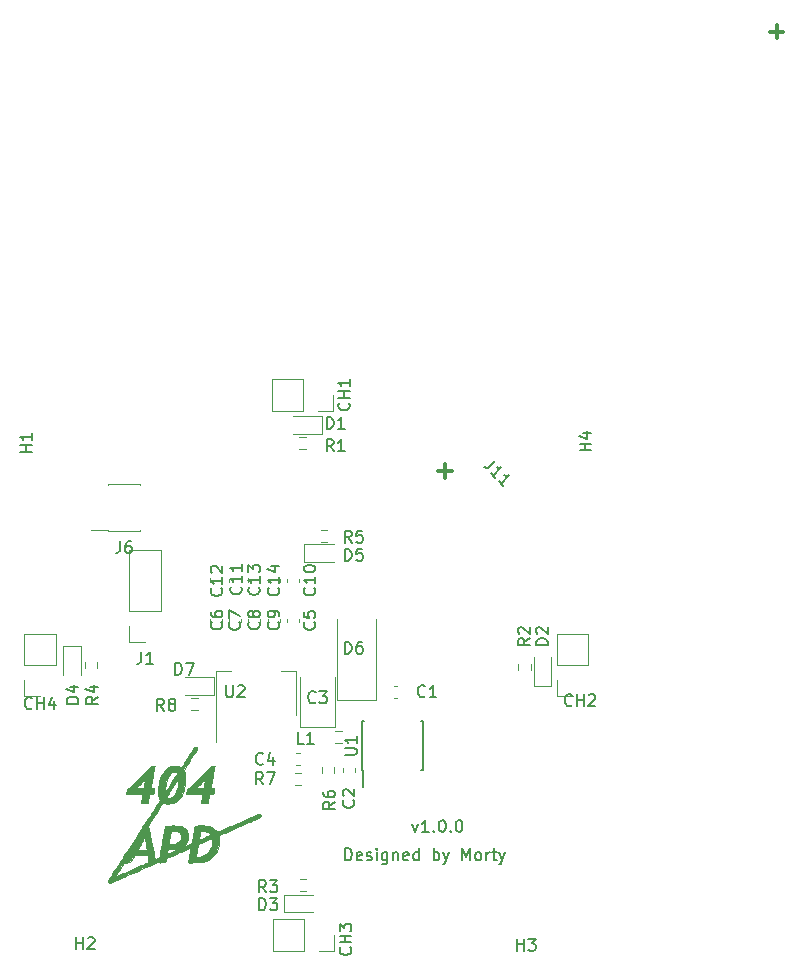
<source format=gbr>
%TF.GenerationSoftware,KiCad,Pcbnew,(5.1.8-0-10_14)*%
%TF.CreationDate,2021-03-06T23:03:25+08:00*%
%TF.ProjectId,batt_board,62617474-5f62-46f6-9172-642e6b696361,v1.0.0*%
%TF.SameCoordinates,Original*%
%TF.FileFunction,Legend,Top*%
%TF.FilePolarity,Positive*%
%FSLAX46Y46*%
G04 Gerber Fmt 4.6, Leading zero omitted, Abs format (unit mm)*
G04 Created by KiCad (PCBNEW (5.1.8-0-10_14)) date 2021-03-06 23:03:25*
%MOMM*%
%LPD*%
G01*
G04 APERTURE LIST*
%ADD10C,0.150000*%
%ADD11C,0.300000*%
%ADD12C,0.010000*%
%ADD13C,0.120000*%
G04 APERTURE END LIST*
D10*
X143323714Y-101637380D02*
X143323714Y-100637380D01*
X143561809Y-100637380D01*
X143704666Y-100685000D01*
X143799904Y-100780238D01*
X143847523Y-100875476D01*
X143895142Y-101065952D01*
X143895142Y-101208809D01*
X143847523Y-101399285D01*
X143799904Y-101494523D01*
X143704666Y-101589761D01*
X143561809Y-101637380D01*
X143323714Y-101637380D01*
X144704666Y-101589761D02*
X144609428Y-101637380D01*
X144418952Y-101637380D01*
X144323714Y-101589761D01*
X144276095Y-101494523D01*
X144276095Y-101113571D01*
X144323714Y-101018333D01*
X144418952Y-100970714D01*
X144609428Y-100970714D01*
X144704666Y-101018333D01*
X144752285Y-101113571D01*
X144752285Y-101208809D01*
X144276095Y-101304047D01*
X145133238Y-101589761D02*
X145228476Y-101637380D01*
X145418952Y-101637380D01*
X145514190Y-101589761D01*
X145561809Y-101494523D01*
X145561809Y-101446904D01*
X145514190Y-101351666D01*
X145418952Y-101304047D01*
X145276095Y-101304047D01*
X145180857Y-101256428D01*
X145133238Y-101161190D01*
X145133238Y-101113571D01*
X145180857Y-101018333D01*
X145276095Y-100970714D01*
X145418952Y-100970714D01*
X145514190Y-101018333D01*
X145990380Y-101637380D02*
X145990380Y-100970714D01*
X145990380Y-100637380D02*
X145942761Y-100685000D01*
X145990380Y-100732619D01*
X146038000Y-100685000D01*
X145990380Y-100637380D01*
X145990380Y-100732619D01*
X146895142Y-100970714D02*
X146895142Y-101780238D01*
X146847523Y-101875476D01*
X146799904Y-101923095D01*
X146704666Y-101970714D01*
X146561809Y-101970714D01*
X146466571Y-101923095D01*
X146895142Y-101589761D02*
X146799904Y-101637380D01*
X146609428Y-101637380D01*
X146514190Y-101589761D01*
X146466571Y-101542142D01*
X146418952Y-101446904D01*
X146418952Y-101161190D01*
X146466571Y-101065952D01*
X146514190Y-101018333D01*
X146609428Y-100970714D01*
X146799904Y-100970714D01*
X146895142Y-101018333D01*
X147371333Y-100970714D02*
X147371333Y-101637380D01*
X147371333Y-101065952D02*
X147418952Y-101018333D01*
X147514190Y-100970714D01*
X147657047Y-100970714D01*
X147752285Y-101018333D01*
X147799904Y-101113571D01*
X147799904Y-101637380D01*
X148657047Y-101589761D02*
X148561809Y-101637380D01*
X148371333Y-101637380D01*
X148276095Y-101589761D01*
X148228476Y-101494523D01*
X148228476Y-101113571D01*
X148276095Y-101018333D01*
X148371333Y-100970714D01*
X148561809Y-100970714D01*
X148657047Y-101018333D01*
X148704666Y-101113571D01*
X148704666Y-101208809D01*
X148228476Y-101304047D01*
X149561809Y-101637380D02*
X149561809Y-100637380D01*
X149561809Y-101589761D02*
X149466571Y-101637380D01*
X149276095Y-101637380D01*
X149180857Y-101589761D01*
X149133238Y-101542142D01*
X149085619Y-101446904D01*
X149085619Y-101161190D01*
X149133238Y-101065952D01*
X149180857Y-101018333D01*
X149276095Y-100970714D01*
X149466571Y-100970714D01*
X149561809Y-101018333D01*
X150799904Y-101637380D02*
X150799904Y-100637380D01*
X150799904Y-101018333D02*
X150895142Y-100970714D01*
X151085619Y-100970714D01*
X151180857Y-101018333D01*
X151228476Y-101065952D01*
X151276095Y-101161190D01*
X151276095Y-101446904D01*
X151228476Y-101542142D01*
X151180857Y-101589761D01*
X151085619Y-101637380D01*
X150895142Y-101637380D01*
X150799904Y-101589761D01*
X151609428Y-100970714D02*
X151847523Y-101637380D01*
X152085619Y-100970714D02*
X151847523Y-101637380D01*
X151752285Y-101875476D01*
X151704666Y-101923095D01*
X151609428Y-101970714D01*
X153228476Y-101637380D02*
X153228476Y-100637380D01*
X153561809Y-101351666D01*
X153895142Y-100637380D01*
X153895142Y-101637380D01*
X154514190Y-101637380D02*
X154418952Y-101589761D01*
X154371333Y-101542142D01*
X154323714Y-101446904D01*
X154323714Y-101161190D01*
X154371333Y-101065952D01*
X154418952Y-101018333D01*
X154514190Y-100970714D01*
X154657047Y-100970714D01*
X154752285Y-101018333D01*
X154799904Y-101065952D01*
X154847523Y-101161190D01*
X154847523Y-101446904D01*
X154799904Y-101542142D01*
X154752285Y-101589761D01*
X154657047Y-101637380D01*
X154514190Y-101637380D01*
X155276095Y-101637380D02*
X155276095Y-100970714D01*
X155276095Y-101161190D02*
X155323714Y-101065952D01*
X155371333Y-101018333D01*
X155466571Y-100970714D01*
X155561809Y-100970714D01*
X155752285Y-100970714D02*
X156133238Y-100970714D01*
X155895142Y-100637380D02*
X155895142Y-101494523D01*
X155942761Y-101589761D01*
X156038000Y-101637380D01*
X156133238Y-101637380D01*
X156371333Y-100970714D02*
X156609428Y-101637380D01*
X156847523Y-100970714D02*
X156609428Y-101637380D01*
X156514190Y-101875476D01*
X156466571Y-101923095D01*
X156371333Y-101970714D01*
X149005142Y-98575714D02*
X149243238Y-99242380D01*
X149481333Y-98575714D01*
X150386095Y-99242380D02*
X149814666Y-99242380D01*
X150100380Y-99242380D02*
X150100380Y-98242380D01*
X150005142Y-98385238D01*
X149909904Y-98480476D01*
X149814666Y-98528095D01*
X150814666Y-99147142D02*
X150862285Y-99194761D01*
X150814666Y-99242380D01*
X150767047Y-99194761D01*
X150814666Y-99147142D01*
X150814666Y-99242380D01*
X151481333Y-98242380D02*
X151576571Y-98242380D01*
X151671809Y-98290000D01*
X151719428Y-98337619D01*
X151767047Y-98432857D01*
X151814666Y-98623333D01*
X151814666Y-98861428D01*
X151767047Y-99051904D01*
X151719428Y-99147142D01*
X151671809Y-99194761D01*
X151576571Y-99242380D01*
X151481333Y-99242380D01*
X151386095Y-99194761D01*
X151338476Y-99147142D01*
X151290857Y-99051904D01*
X151243238Y-98861428D01*
X151243238Y-98623333D01*
X151290857Y-98432857D01*
X151338476Y-98337619D01*
X151386095Y-98290000D01*
X151481333Y-98242380D01*
X152243238Y-99147142D02*
X152290857Y-99194761D01*
X152243238Y-99242380D01*
X152195619Y-99194761D01*
X152243238Y-99147142D01*
X152243238Y-99242380D01*
X152909904Y-98242380D02*
X153005142Y-98242380D01*
X153100380Y-98290000D01*
X153148000Y-98337619D01*
X153195619Y-98432857D01*
X153243238Y-98623333D01*
X153243238Y-98861428D01*
X153195619Y-99051904D01*
X153148000Y-99147142D01*
X153100380Y-99194761D01*
X153005142Y-99242380D01*
X152909904Y-99242380D01*
X152814666Y-99194761D01*
X152767047Y-99147142D01*
X152719428Y-99051904D01*
X152671809Y-98861428D01*
X152671809Y-98623333D01*
X152719428Y-98432857D01*
X152767047Y-98337619D01*
X152814666Y-98290000D01*
X152909904Y-98242380D01*
D11*
X151193571Y-68687142D02*
X152336428Y-68687142D01*
X151765000Y-69258571D02*
X151765000Y-68115714D01*
X179260571Y-31476142D02*
X180403428Y-31476142D01*
X179832000Y-32047571D02*
X179832000Y-30904714D01*
D12*
%TO.C,G\u002A\u002A\u002A*%
G36*
X132221166Y-93689337D02*
G01*
X132247150Y-93694728D01*
X132249333Y-93697260D01*
X132246354Y-93716276D01*
X132237876Y-93764829D01*
X132224591Y-93839163D01*
X132207192Y-93935518D01*
X132186369Y-94050135D01*
X132162814Y-94179258D01*
X132137219Y-94319127D01*
X132110275Y-94465984D01*
X132082674Y-94616072D01*
X132055107Y-94765631D01*
X132028266Y-94910903D01*
X132002843Y-95048130D01*
X131979528Y-95173554D01*
X131959014Y-95283416D01*
X131941993Y-95373959D01*
X131929154Y-95441423D01*
X131921192Y-95482051D01*
X131919213Y-95491300D01*
X131916287Y-95509225D01*
X131922086Y-95520407D01*
X131942682Y-95526436D01*
X131984147Y-95528903D01*
X132052552Y-95529398D01*
X132064695Y-95529400D01*
X132219369Y-95529400D01*
X132207785Y-95618300D01*
X132198754Y-95678469D01*
X132185425Y-95756588D01*
X132170414Y-95837453D01*
X132167734Y-95851133D01*
X132139267Y-95995067D01*
X131983904Y-95999918D01*
X131828541Y-96004770D01*
X131811955Y-96084585D01*
X131803674Y-96126832D01*
X131790799Y-96195451D01*
X131774613Y-96283464D01*
X131756402Y-96383891D01*
X131738845Y-96481900D01*
X131682321Y-96799400D01*
X131390094Y-96799400D01*
X131294873Y-96798576D01*
X131212635Y-96796291D01*
X131148835Y-96792826D01*
X131108931Y-96788462D01*
X131097867Y-96784373D01*
X131100852Y-96763976D01*
X131109207Y-96715344D01*
X131122025Y-96643525D01*
X131138402Y-96553564D01*
X131157433Y-96450508D01*
X131165426Y-96407606D01*
X131185293Y-96300330D01*
X131202865Y-96203731D01*
X131217230Y-96122965D01*
X131227475Y-96063191D01*
X131232687Y-96029564D01*
X131233159Y-96024700D01*
X131226324Y-96019206D01*
X131204035Y-96014683D01*
X131163765Y-96011052D01*
X131102988Y-96008236D01*
X131019175Y-96006156D01*
X130909800Y-96004734D01*
X130772335Y-96003892D01*
X130604254Y-96003550D01*
X130550355Y-96003533D01*
X130401590Y-96003328D01*
X130263575Y-96002742D01*
X130139941Y-96001821D01*
X130034318Y-96000609D01*
X129950333Y-95999151D01*
X129891618Y-95997492D01*
X129861801Y-95995678D01*
X129858823Y-95994978D01*
X129858137Y-95975762D01*
X129863180Y-95930892D01*
X129872973Y-95867913D01*
X129881315Y-95821411D01*
X129912363Y-95656400D01*
X130018281Y-95555793D01*
X130045976Y-95529400D01*
X130700612Y-95529400D01*
X131327135Y-95529400D01*
X131383260Y-95220367D01*
X131401753Y-95118616D01*
X131418748Y-95025242D01*
X131433083Y-94946623D01*
X131443594Y-94889136D01*
X131448863Y-94860533D01*
X131451541Y-94846443D01*
X131452368Y-94836226D01*
X131449149Y-94831768D01*
X131439688Y-94834953D01*
X131421790Y-94847667D01*
X131393262Y-94871796D01*
X131351908Y-94909225D01*
X131295533Y-94961840D01*
X131221942Y-95031527D01*
X131128941Y-95120170D01*
X131014335Y-95229655D01*
X130971206Y-95270865D01*
X130700612Y-95529400D01*
X130045976Y-95529400D01*
X130047708Y-95527750D01*
X130099409Y-95478378D01*
X130171195Y-95409768D01*
X130260881Y-95324013D01*
X130366277Y-95223207D01*
X130485196Y-95109440D01*
X130615451Y-94984807D01*
X130754855Y-94851398D01*
X130901220Y-94711308D01*
X131045013Y-94573660D01*
X131965825Y-93692133D01*
X132107579Y-93687241D01*
X132172037Y-93686657D01*
X132221166Y-93689337D01*
G37*
X132221166Y-93689337D02*
X132247150Y-93694728D01*
X132249333Y-93697260D01*
X132246354Y-93716276D01*
X132237876Y-93764829D01*
X132224591Y-93839163D01*
X132207192Y-93935518D01*
X132186369Y-94050135D01*
X132162814Y-94179258D01*
X132137219Y-94319127D01*
X132110275Y-94465984D01*
X132082674Y-94616072D01*
X132055107Y-94765631D01*
X132028266Y-94910903D01*
X132002843Y-95048130D01*
X131979528Y-95173554D01*
X131959014Y-95283416D01*
X131941993Y-95373959D01*
X131929154Y-95441423D01*
X131921192Y-95482051D01*
X131919213Y-95491300D01*
X131916287Y-95509225D01*
X131922086Y-95520407D01*
X131942682Y-95526436D01*
X131984147Y-95528903D01*
X132052552Y-95529398D01*
X132064695Y-95529400D01*
X132219369Y-95529400D01*
X132207785Y-95618300D01*
X132198754Y-95678469D01*
X132185425Y-95756588D01*
X132170414Y-95837453D01*
X132167734Y-95851133D01*
X132139267Y-95995067D01*
X131983904Y-95999918D01*
X131828541Y-96004770D01*
X131811955Y-96084585D01*
X131803674Y-96126832D01*
X131790799Y-96195451D01*
X131774613Y-96283464D01*
X131756402Y-96383891D01*
X131738845Y-96481900D01*
X131682321Y-96799400D01*
X131390094Y-96799400D01*
X131294873Y-96798576D01*
X131212635Y-96796291D01*
X131148835Y-96792826D01*
X131108931Y-96788462D01*
X131097867Y-96784373D01*
X131100852Y-96763976D01*
X131109207Y-96715344D01*
X131122025Y-96643525D01*
X131138402Y-96553564D01*
X131157433Y-96450508D01*
X131165426Y-96407606D01*
X131185293Y-96300330D01*
X131202865Y-96203731D01*
X131217230Y-96122965D01*
X131227475Y-96063191D01*
X131232687Y-96029564D01*
X131233159Y-96024700D01*
X131226324Y-96019206D01*
X131204035Y-96014683D01*
X131163765Y-96011052D01*
X131102988Y-96008236D01*
X131019175Y-96006156D01*
X130909800Y-96004734D01*
X130772335Y-96003892D01*
X130604254Y-96003550D01*
X130550355Y-96003533D01*
X130401590Y-96003328D01*
X130263575Y-96002742D01*
X130139941Y-96001821D01*
X130034318Y-96000609D01*
X129950333Y-95999151D01*
X129891618Y-95997492D01*
X129861801Y-95995678D01*
X129858823Y-95994978D01*
X129858137Y-95975762D01*
X129863180Y-95930892D01*
X129872973Y-95867913D01*
X129881315Y-95821411D01*
X129912363Y-95656400D01*
X130018281Y-95555793D01*
X130045976Y-95529400D01*
X130700612Y-95529400D01*
X131327135Y-95529400D01*
X131383260Y-95220367D01*
X131401753Y-95118616D01*
X131418748Y-95025242D01*
X131433083Y-94946623D01*
X131443594Y-94889136D01*
X131448863Y-94860533D01*
X131451541Y-94846443D01*
X131452368Y-94836226D01*
X131449149Y-94831768D01*
X131439688Y-94834953D01*
X131421790Y-94847667D01*
X131393262Y-94871796D01*
X131351908Y-94909225D01*
X131295533Y-94961840D01*
X131221942Y-95031527D01*
X131128941Y-95120170D01*
X131014335Y-95229655D01*
X130971206Y-95270865D01*
X130700612Y-95529400D01*
X130045976Y-95529400D01*
X130047708Y-95527750D01*
X130099409Y-95478378D01*
X130171195Y-95409768D01*
X130260881Y-95324013D01*
X130366277Y-95223207D01*
X130485196Y-95109440D01*
X130615451Y-94984807D01*
X130754855Y-94851398D01*
X130901220Y-94711308D01*
X131045013Y-94573660D01*
X131965825Y-93692133D01*
X132107579Y-93687241D01*
X132172037Y-93686657D01*
X132221166Y-93689337D01*
G36*
X127141214Y-93689340D02*
G01*
X127167164Y-93694735D01*
X127169333Y-93697260D01*
X127166354Y-93716276D01*
X127157876Y-93764829D01*
X127144591Y-93839163D01*
X127127192Y-93935518D01*
X127106369Y-94050135D01*
X127082814Y-94179258D01*
X127057219Y-94319127D01*
X127030275Y-94465984D01*
X127002674Y-94616072D01*
X126975107Y-94765631D01*
X126948266Y-94910903D01*
X126922843Y-95048130D01*
X126899528Y-95173554D01*
X126879014Y-95283416D01*
X126861993Y-95373959D01*
X126849154Y-95441423D01*
X126841192Y-95482051D01*
X126839213Y-95491300D01*
X126836287Y-95509225D01*
X126842086Y-95520407D01*
X126862682Y-95526436D01*
X126904147Y-95528903D01*
X126972552Y-95529398D01*
X126984695Y-95529400D01*
X127139369Y-95529400D01*
X127127785Y-95618300D01*
X127118754Y-95678469D01*
X127105425Y-95756588D01*
X127090414Y-95837453D01*
X127087734Y-95851133D01*
X127059267Y-95995067D01*
X126903904Y-95999918D01*
X126748541Y-96004770D01*
X126731955Y-96084585D01*
X126723674Y-96126832D01*
X126710799Y-96195451D01*
X126694613Y-96283464D01*
X126676402Y-96383891D01*
X126658845Y-96481900D01*
X126602321Y-96799400D01*
X126310094Y-96799400D01*
X126214873Y-96798576D01*
X126132635Y-96796291D01*
X126068835Y-96792826D01*
X126028931Y-96788462D01*
X126017866Y-96784373D01*
X126020852Y-96763976D01*
X126029207Y-96715344D01*
X126042025Y-96643525D01*
X126058402Y-96553564D01*
X126077433Y-96450508D01*
X126085426Y-96407606D01*
X126105293Y-96300330D01*
X126122865Y-96203731D01*
X126137230Y-96122965D01*
X126147475Y-96063191D01*
X126152687Y-96029564D01*
X126153159Y-96024700D01*
X126146328Y-96019216D01*
X126124055Y-96014700D01*
X126083818Y-96011073D01*
X126023094Y-96008257D01*
X125939360Y-96006175D01*
X125830094Y-96004749D01*
X125692774Y-96003900D01*
X125524877Y-96003552D01*
X125467533Y-96003533D01*
X124781733Y-96003533D01*
X124781736Y-95965433D01*
X124784759Y-95931086D01*
X124792762Y-95874508D01*
X124804155Y-95806692D01*
X124806864Y-95791867D01*
X124820545Y-95723406D01*
X124834978Y-95676599D01*
X124856542Y-95639701D01*
X124891617Y-95600969D01*
X124931035Y-95563267D01*
X124959240Y-95536530D01*
X124966724Y-95529400D01*
X125621682Y-95529400D01*
X126247135Y-95529400D01*
X126303260Y-95220367D01*
X126321753Y-95118616D01*
X126338748Y-95025242D01*
X126353083Y-94946623D01*
X126363594Y-94889136D01*
X126368863Y-94860533D01*
X126371485Y-94846405D01*
X126372098Y-94836319D01*
X126368510Y-94832162D01*
X126358529Y-94835818D01*
X126339962Y-94849173D01*
X126310616Y-94874113D01*
X126268300Y-94912522D01*
X126210821Y-94966288D01*
X126135986Y-95037294D01*
X126041604Y-95127427D01*
X125925481Y-95238572D01*
X125891741Y-95270873D01*
X125621682Y-95529400D01*
X124966724Y-95529400D01*
X125009740Y-95488420D01*
X125080379Y-95420999D01*
X125169003Y-95336327D01*
X125273455Y-95236466D01*
X125391581Y-95123477D01*
X125521225Y-94999420D01*
X125660233Y-94866358D01*
X125806448Y-94726351D01*
X125957715Y-94581459D01*
X125958056Y-94581133D01*
X126886030Y-93692133D01*
X127027681Y-93687241D01*
X127092114Y-93686658D01*
X127141214Y-93689340D01*
G37*
X127141214Y-93689340D02*
X127167164Y-93694735D01*
X127169333Y-93697260D01*
X127166354Y-93716276D01*
X127157876Y-93764829D01*
X127144591Y-93839163D01*
X127127192Y-93935518D01*
X127106369Y-94050135D01*
X127082814Y-94179258D01*
X127057219Y-94319127D01*
X127030275Y-94465984D01*
X127002674Y-94616072D01*
X126975107Y-94765631D01*
X126948266Y-94910903D01*
X126922843Y-95048130D01*
X126899528Y-95173554D01*
X126879014Y-95283416D01*
X126861993Y-95373959D01*
X126849154Y-95441423D01*
X126841192Y-95482051D01*
X126839213Y-95491300D01*
X126836287Y-95509225D01*
X126842086Y-95520407D01*
X126862682Y-95526436D01*
X126904147Y-95528903D01*
X126972552Y-95529398D01*
X126984695Y-95529400D01*
X127139369Y-95529400D01*
X127127785Y-95618300D01*
X127118754Y-95678469D01*
X127105425Y-95756588D01*
X127090414Y-95837453D01*
X127087734Y-95851133D01*
X127059267Y-95995067D01*
X126903904Y-95999918D01*
X126748541Y-96004770D01*
X126731955Y-96084585D01*
X126723674Y-96126832D01*
X126710799Y-96195451D01*
X126694613Y-96283464D01*
X126676402Y-96383891D01*
X126658845Y-96481900D01*
X126602321Y-96799400D01*
X126310094Y-96799400D01*
X126214873Y-96798576D01*
X126132635Y-96796291D01*
X126068835Y-96792826D01*
X126028931Y-96788462D01*
X126017866Y-96784373D01*
X126020852Y-96763976D01*
X126029207Y-96715344D01*
X126042025Y-96643525D01*
X126058402Y-96553564D01*
X126077433Y-96450508D01*
X126085426Y-96407606D01*
X126105293Y-96300330D01*
X126122865Y-96203731D01*
X126137230Y-96122965D01*
X126147475Y-96063191D01*
X126152687Y-96029564D01*
X126153159Y-96024700D01*
X126146328Y-96019216D01*
X126124055Y-96014700D01*
X126083818Y-96011073D01*
X126023094Y-96008257D01*
X125939360Y-96006175D01*
X125830094Y-96004749D01*
X125692774Y-96003900D01*
X125524877Y-96003552D01*
X125467533Y-96003533D01*
X124781733Y-96003533D01*
X124781736Y-95965433D01*
X124784759Y-95931086D01*
X124792762Y-95874508D01*
X124804155Y-95806692D01*
X124806864Y-95791867D01*
X124820545Y-95723406D01*
X124834978Y-95676599D01*
X124856542Y-95639701D01*
X124891617Y-95600969D01*
X124931035Y-95563267D01*
X124959240Y-95536530D01*
X124966724Y-95529400D01*
X125621682Y-95529400D01*
X126247135Y-95529400D01*
X126303260Y-95220367D01*
X126321753Y-95118616D01*
X126338748Y-95025242D01*
X126353083Y-94946623D01*
X126363594Y-94889136D01*
X126368863Y-94860533D01*
X126371485Y-94846405D01*
X126372098Y-94836319D01*
X126368510Y-94832162D01*
X126358529Y-94835818D01*
X126339962Y-94849173D01*
X126310616Y-94874113D01*
X126268300Y-94912522D01*
X126210821Y-94966288D01*
X126135986Y-95037294D01*
X126041604Y-95127427D01*
X125925481Y-95238572D01*
X125891741Y-95270873D01*
X125621682Y-95529400D01*
X124966724Y-95529400D01*
X125009740Y-95488420D01*
X125080379Y-95420999D01*
X125169003Y-95336327D01*
X125273455Y-95236466D01*
X125391581Y-95123477D01*
X125521225Y-94999420D01*
X125660233Y-94866358D01*
X125806448Y-94726351D01*
X125957715Y-94581459D01*
X125958056Y-94581133D01*
X126886030Y-93692133D01*
X127027681Y-93687241D01*
X127092114Y-93686658D01*
X127141214Y-93689340D01*
G36*
X130700042Y-92050678D02*
G01*
X130742060Y-92087050D01*
X130766102Y-92125043D01*
X130776036Y-92164437D01*
X130770472Y-92210186D01*
X130748023Y-92267247D01*
X130707299Y-92340575D01*
X130646913Y-92435126D01*
X130642789Y-92441349D01*
X130586333Y-92526966D01*
X130518474Y-92630734D01*
X130445994Y-92742233D01*
X130375676Y-92851044D01*
X130341171Y-92904733D01*
X130284037Y-92993808D01*
X130213431Y-93103821D01*
X130134197Y-93227226D01*
X130051183Y-93356477D01*
X129969234Y-93484027D01*
X129915726Y-93567283D01*
X129658554Y-93967366D01*
X129700873Y-94063056D01*
X129742034Y-94185381D01*
X129770664Y-94334120D01*
X129787078Y-94504352D01*
X129791591Y-94691155D01*
X129784517Y-94889609D01*
X129766170Y-95094791D01*
X129736867Y-95301779D01*
X129696921Y-95505654D01*
X129646646Y-95701492D01*
X129586359Y-95884372D01*
X129584012Y-95890635D01*
X129487134Y-96112204D01*
X129374420Y-96303897D01*
X129245621Y-96465906D01*
X129100483Y-96598424D01*
X128938756Y-96701644D01*
X128760187Y-96775758D01*
X128564525Y-96820958D01*
X128351519Y-96837437D01*
X128346200Y-96837481D01*
X128253079Y-96837180D01*
X128183144Y-96833876D01*
X128125753Y-96826165D01*
X128070265Y-96812641D01*
X128009141Y-96792965D01*
X127946470Y-96773462D01*
X127896226Y-96761514D01*
X127866659Y-96758950D01*
X127862786Y-96760538D01*
X127850860Y-96777579D01*
X127822890Y-96819600D01*
X127781163Y-96883103D01*
X127727963Y-96964592D01*
X127665578Y-97060568D01*
X127596294Y-97167535D01*
X127555160Y-97231200D01*
X127465142Y-97370622D01*
X127362725Y-97529198D01*
X127253907Y-97697643D01*
X127144685Y-97866677D01*
X127041055Y-98027017D01*
X126953113Y-98163044D01*
X126879412Y-98277323D01*
X126811481Y-98383238D01*
X126751553Y-98477259D01*
X126701862Y-98555858D01*
X126664643Y-98615506D01*
X126642130Y-98652676D01*
X126636368Y-98663294D01*
X126638429Y-98682618D01*
X126646701Y-98732158D01*
X126660594Y-98808970D01*
X126679519Y-98910106D01*
X126702887Y-99032621D01*
X126730108Y-99173568D01*
X126760594Y-99330000D01*
X126793756Y-99498973D01*
X126829003Y-99677539D01*
X126865748Y-99862753D01*
X126903400Y-100051667D01*
X126941370Y-100241337D01*
X126979070Y-100428815D01*
X127015909Y-100611156D01*
X127051300Y-100785413D01*
X127084652Y-100948640D01*
X127115376Y-101097890D01*
X127142884Y-101230219D01*
X127166585Y-101342678D01*
X127185891Y-101432323D01*
X127200213Y-101496207D01*
X127208961Y-101531383D01*
X127211157Y-101537402D01*
X127228705Y-101534277D01*
X127269290Y-101520129D01*
X127325240Y-101498208D01*
X127388881Y-101471762D01*
X127452538Y-101444041D01*
X127508537Y-101418296D01*
X127549206Y-101397776D01*
X127565490Y-101387356D01*
X127570930Y-101368879D01*
X127582069Y-101319650D01*
X127598404Y-101242212D01*
X127619433Y-101139105D01*
X127644652Y-101012873D01*
X127673558Y-100866058D01*
X127705650Y-100701202D01*
X127740424Y-100520846D01*
X127777377Y-100327533D01*
X127798572Y-100215752D01*
X128379042Y-100215752D01*
X128379482Y-100216526D01*
X128407999Y-100227639D01*
X128463127Y-100235253D01*
X128537788Y-100239337D01*
X128624904Y-100239861D01*
X128717397Y-100236795D01*
X128808189Y-100230109D01*
X128890202Y-100219772D01*
X128896533Y-100218726D01*
X129019675Y-100184291D01*
X129138130Y-100126230D01*
X129240280Y-100050772D01*
X129275236Y-100015711D01*
X129338603Y-99932670D01*
X129378997Y-99846250D01*
X129399147Y-99747709D01*
X129401785Y-99628304D01*
X129401081Y-99612697D01*
X129387219Y-99490951D01*
X129357221Y-99395075D01*
X129307716Y-99319565D01*
X129235331Y-99258921D01*
X129158789Y-99217460D01*
X129121414Y-99201743D01*
X129084424Y-99190892D01*
X129040477Y-99184028D01*
X128982235Y-99180272D01*
X128902356Y-99178746D01*
X128833629Y-99178533D01*
X128733439Y-99179243D01*
X128661959Y-99181701D01*
X128614058Y-99186399D01*
X128584601Y-99193830D01*
X128568968Y-99203933D01*
X128560716Y-99225534D01*
X128547957Y-99274933D01*
X128531630Y-99347105D01*
X128512676Y-99437023D01*
X128492036Y-99539664D01*
X128470649Y-99650002D01*
X128449457Y-99763011D01*
X128429399Y-99873667D01*
X128411416Y-99976943D01*
X128396449Y-100067815D01*
X128385437Y-100141258D01*
X128379321Y-100192245D01*
X128379042Y-100215752D01*
X127798572Y-100215752D01*
X127816007Y-100123805D01*
X127828646Y-100056797D01*
X128076646Y-98740334D01*
X128122436Y-98728088D01*
X128153727Y-98723023D01*
X128212438Y-98716491D01*
X128292188Y-98709090D01*
X128386594Y-98701416D01*
X128477717Y-98694845D01*
X128748357Y-98684942D01*
X128991265Y-98693982D01*
X129206912Y-98722151D01*
X129395764Y-98769636D01*
X129558291Y-98836623D01*
X129694959Y-98923299D01*
X129806236Y-99029850D01*
X129892592Y-99156463D01*
X129946797Y-99280133D01*
X129973557Y-99386553D01*
X129989342Y-99512604D01*
X129993555Y-99645680D01*
X129985598Y-99773173D01*
X129973674Y-99846804D01*
X129919067Y-100025598D01*
X129835731Y-100186871D01*
X129724600Y-100329452D01*
X129586603Y-100452168D01*
X129422675Y-100553846D01*
X129404533Y-100562989D01*
X129266163Y-100624653D01*
X129132387Y-100668873D01*
X128993520Y-100697758D01*
X128839874Y-100713417D01*
X128693333Y-100717888D01*
X128597383Y-100717874D01*
X128506035Y-100716731D01*
X128428286Y-100714649D01*
X128373128Y-100711814D01*
X128363819Y-100711000D01*
X128279839Y-100702533D01*
X128250049Y-100863400D01*
X128236083Y-100937584D01*
X128223418Y-101002654D01*
X128213949Y-101048982D01*
X128210941Y-101062367D01*
X128209643Y-101091583D01*
X128217870Y-101100467D01*
X128235134Y-101093894D01*
X128280288Y-101075084D01*
X128350208Y-101045396D01*
X128441766Y-101006191D01*
X128551837Y-100958830D01*
X128677296Y-100904672D01*
X128815015Y-100845079D01*
X128961869Y-100781410D01*
X129114732Y-100715027D01*
X129270478Y-100647289D01*
X129425981Y-100579556D01*
X129578115Y-100513191D01*
X129723754Y-100449552D01*
X129859773Y-100390000D01*
X129983044Y-100335896D01*
X130090443Y-100288600D01*
X130178843Y-100249473D01*
X130245119Y-100219874D01*
X130286143Y-100201165D01*
X130298847Y-100194821D01*
X130302911Y-100177576D01*
X130312323Y-100130500D01*
X130326426Y-100057089D01*
X130344561Y-99960843D01*
X130355305Y-99903111D01*
X130915186Y-99903111D01*
X130915636Y-99909984D01*
X130921231Y-99913264D01*
X130934550Y-99911935D01*
X130958175Y-99904981D01*
X130994686Y-99891386D01*
X131046664Y-99870134D01*
X131116688Y-99840207D01*
X131207339Y-99800591D01*
X131321198Y-99750269D01*
X131460844Y-99688224D01*
X131628802Y-99613467D01*
X131931137Y-99478879D01*
X131871703Y-99413373D01*
X131785793Y-99337281D01*
X131677386Y-99269664D01*
X131557796Y-99217119D01*
X131508237Y-99201485D01*
X131437264Y-99186452D01*
X131354629Y-99176075D01*
X131268604Y-99170545D01*
X131187464Y-99170051D01*
X131119481Y-99174783D01*
X131072931Y-99184930D01*
X131061279Y-99191233D01*
X131047692Y-99216746D01*
X131031235Y-99273924D01*
X131011766Y-99363378D01*
X130989141Y-99485718D01*
X130980836Y-99534133D01*
X130963354Y-99636837D01*
X130947223Y-99730023D01*
X130933489Y-99807769D01*
X130923200Y-99864149D01*
X130917402Y-99893241D01*
X130917301Y-99893661D01*
X130915186Y-99903111D01*
X130355305Y-99903111D01*
X130366073Y-99845260D01*
X130390304Y-99713838D01*
X130416598Y-99570075D01*
X130429748Y-99497775D01*
X130457007Y-99347893D01*
X130482644Y-99207445D01*
X130505975Y-99080138D01*
X130526317Y-98969683D01*
X130542985Y-98879786D01*
X130555296Y-98814157D01*
X130562566Y-98776504D01*
X130563996Y-98769733D01*
X130580562Y-98747005D01*
X130619896Y-98728167D01*
X130684232Y-98712818D01*
X130775801Y-98700558D01*
X130896836Y-98690985D01*
X131040699Y-98684031D01*
X131309261Y-98684924D01*
X131553534Y-98709086D01*
X131773974Y-98756658D01*
X131971035Y-98827784D01*
X132145170Y-98922607D01*
X132296836Y-99041270D01*
X132353205Y-99097462D01*
X132395736Y-99144855D01*
X132430286Y-99186798D01*
X132447404Y-99211100D01*
X132454596Y-99220208D01*
X132466242Y-99224566D01*
X132486024Y-99222912D01*
X132517619Y-99213982D01*
X132564707Y-99196513D01*
X132630967Y-99169242D01*
X132720079Y-99130906D01*
X132835721Y-99080241D01*
X132861143Y-99069052D01*
X132947962Y-99030846D01*
X133061773Y-98980794D01*
X133198554Y-98920664D01*
X133354286Y-98852221D01*
X133524948Y-98777231D01*
X133706522Y-98697462D01*
X133894986Y-98614680D01*
X134086321Y-98530651D01*
X134276506Y-98447141D01*
X134289800Y-98441304D01*
X134476340Y-98359355D01*
X134661651Y-98277855D01*
X134842085Y-98198414D01*
X135013994Y-98122641D01*
X135173730Y-98052146D01*
X135317646Y-97988541D01*
X135442094Y-97933434D01*
X135543425Y-97888435D01*
X135617993Y-97855156D01*
X135627533Y-97850875D01*
X135749904Y-97796914D01*
X135846374Y-97757322D01*
X135921280Y-97731221D01*
X135978961Y-97717734D01*
X136023756Y-97715982D01*
X136060003Y-97725087D01*
X136092041Y-97744172D01*
X136104571Y-97754336D01*
X136138249Y-97792863D01*
X136150863Y-97839635D01*
X136151697Y-97863050D01*
X136149819Y-97899497D01*
X136142038Y-97931098D01*
X136125135Y-97960046D01*
X136095892Y-97988529D01*
X136051088Y-98018739D01*
X135987504Y-98052865D01*
X135901921Y-98093098D01*
X135791120Y-98141628D01*
X135661349Y-98196663D01*
X135604208Y-98220973D01*
X135518902Y-98257634D01*
X135408285Y-98305407D01*
X135275212Y-98363050D01*
X135122536Y-98429323D01*
X134953111Y-98502986D01*
X134769793Y-98582797D01*
X134575434Y-98667517D01*
X134372890Y-98755904D01*
X134165014Y-98846719D01*
X134035800Y-98903220D01*
X133832710Y-98992031D01*
X133637986Y-99077138D01*
X133453934Y-99157534D01*
X133282861Y-99232214D01*
X133127073Y-99300172D01*
X132988877Y-99360405D01*
X132870578Y-99411905D01*
X132774485Y-99453668D01*
X132702902Y-99484689D01*
X132658136Y-99503962D01*
X132643033Y-99510303D01*
X132617740Y-99526004D01*
X132607254Y-99552813D01*
X132610501Y-99598099D01*
X132622286Y-99652667D01*
X132631602Y-99713842D01*
X132637295Y-99800520D01*
X132639483Y-99904546D01*
X132638280Y-100017764D01*
X132633800Y-100132016D01*
X132626160Y-100239148D01*
X132615474Y-100331001D01*
X132612444Y-100350013D01*
X132554853Y-100596679D01*
X132469757Y-100824512D01*
X132357991Y-101032459D01*
X132220386Y-101219469D01*
X132057776Y-101384488D01*
X131870992Y-101526465D01*
X131660869Y-101644348D01*
X131549887Y-101692896D01*
X131469366Y-101724071D01*
X131395593Y-101749565D01*
X131323817Y-101770013D01*
X131249286Y-101786048D01*
X131167249Y-101798305D01*
X131072953Y-101807418D01*
X130961648Y-101814021D01*
X130828582Y-101818748D01*
X130669003Y-101822233D01*
X130568700Y-101823843D01*
X130416474Y-101825973D01*
X130294745Y-101827306D01*
X130200151Y-101827721D01*
X130129330Y-101827101D01*
X130078920Y-101825327D01*
X130045557Y-101822278D01*
X130025880Y-101817838D01*
X130016526Y-101811886D01*
X130014133Y-101804304D01*
X130014133Y-101804225D01*
X130017102Y-101781634D01*
X130025549Y-101729679D01*
X130038785Y-101652296D01*
X130056120Y-101553420D01*
X130076863Y-101436988D01*
X130098979Y-101314397D01*
X130674533Y-101314397D01*
X130677681Y-101326058D01*
X130690746Y-101333426D01*
X130719164Y-101336986D01*
X130768366Y-101337223D01*
X130843788Y-101334622D01*
X130881966Y-101332921D01*
X131027120Y-101321931D01*
X131144484Y-101303247D01*
X131207933Y-101286764D01*
X131374376Y-101218042D01*
X131528929Y-101120021D01*
X131668606Y-100996082D01*
X131790419Y-100849601D01*
X131891381Y-100683957D01*
X131968505Y-100502528D01*
X132001697Y-100389125D01*
X132019948Y-100302126D01*
X132034789Y-100206881D01*
X132045939Y-100109087D01*
X132053118Y-100014442D01*
X132056044Y-99928642D01*
X132054435Y-99857384D01*
X132048011Y-99806366D01*
X132036491Y-99781285D01*
X132031778Y-99779667D01*
X132011967Y-99786306D01*
X131965516Y-99804981D01*
X131896664Y-99833824D01*
X131809653Y-99870968D01*
X131708724Y-99914546D01*
X131598116Y-99962690D01*
X131482072Y-100013535D01*
X131364831Y-100065212D01*
X131250635Y-100115855D01*
X131143725Y-100163597D01*
X131048340Y-100206571D01*
X130968723Y-100242909D01*
X130909113Y-100270745D01*
X130873752Y-100288212D01*
X130865948Y-100292929D01*
X130859125Y-100312868D01*
X130847517Y-100361135D01*
X130832071Y-100432680D01*
X130813732Y-100522453D01*
X130793447Y-100625404D01*
X130772163Y-100736483D01*
X130750825Y-100850641D01*
X130730380Y-100962826D01*
X130711775Y-101067990D01*
X130695955Y-101161081D01*
X130683867Y-101237051D01*
X130676457Y-101290848D01*
X130674533Y-101314397D01*
X130098979Y-101314397D01*
X130100326Y-101306935D01*
X130124644Y-101173598D01*
X130149829Y-101035428D01*
X130172744Y-100908173D01*
X130192738Y-100795573D01*
X130209159Y-100701369D01*
X130221354Y-100629298D01*
X130228672Y-100583101D01*
X130230478Y-100566529D01*
X130214598Y-100572442D01*
X130170290Y-100590921D01*
X130100110Y-100620856D01*
X130006613Y-100661140D01*
X129892354Y-100710663D01*
X129759888Y-100768317D01*
X129611770Y-100832992D01*
X129450557Y-100903580D01*
X129278803Y-100978973D01*
X129192866Y-101016763D01*
X129016629Y-101094299D01*
X128849496Y-101167815D01*
X128694053Y-101236176D01*
X128552883Y-101298245D01*
X128428570Y-101352888D01*
X128323698Y-101398967D01*
X128240852Y-101435349D01*
X128182615Y-101460896D01*
X128151572Y-101474473D01*
X128147105Y-101476399D01*
X128139005Y-101494210D01*
X128127380Y-101538145D01*
X128114009Y-101600876D01*
X128104772Y-101650843D01*
X128075267Y-101820133D01*
X127784649Y-101824760D01*
X127679337Y-101826301D01*
X127603321Y-101826735D01*
X127552036Y-101825581D01*
X127520916Y-101822361D01*
X127505396Y-101816592D01*
X127500911Y-101807796D01*
X127502896Y-101795491D01*
X127502991Y-101795127D01*
X127506395Y-101767805D01*
X127502562Y-101760867D01*
X127488228Y-101766213D01*
X127449313Y-101782413D01*
X127385270Y-101809702D01*
X127295553Y-101848318D01*
X127179617Y-101898500D01*
X127036915Y-101960485D01*
X126866901Y-102034510D01*
X126669029Y-102120814D01*
X126442754Y-102219633D01*
X126187530Y-102331205D01*
X125902810Y-102455769D01*
X125588049Y-102593561D01*
X125332067Y-102705672D01*
X125045969Y-102831063D01*
X124789475Y-102943638D01*
X124561114Y-103044054D01*
X124359419Y-103132970D01*
X124182922Y-103211044D01*
X124030155Y-103278934D01*
X123899649Y-103337299D01*
X123789936Y-103386796D01*
X123699548Y-103428083D01*
X123627016Y-103461819D01*
X123570873Y-103488662D01*
X123529650Y-103509270D01*
X123501879Y-103524301D01*
X123490930Y-103531004D01*
X123420661Y-103563044D01*
X123349063Y-103571259D01*
X123287299Y-103554423D01*
X123285780Y-103553556D01*
X123248373Y-103514854D01*
X123224373Y-103457623D01*
X123218731Y-103396127D01*
X123222979Y-103372629D01*
X123236686Y-103342298D01*
X123265841Y-103289192D01*
X123307225Y-103218793D01*
X123357615Y-103136581D01*
X123412870Y-103049467D01*
X123435785Y-103013933D01*
X123846387Y-103013933D01*
X123864935Y-103007485D01*
X123909853Y-102989440D01*
X123976473Y-102961748D01*
X124060126Y-102926357D01*
X124156144Y-102885216D01*
X124197527Y-102867344D01*
X124327029Y-102811194D01*
X124471723Y-102748283D01*
X124628919Y-102679795D01*
X124795927Y-102606910D01*
X124970057Y-102530811D01*
X125148618Y-102452680D01*
X125328920Y-102373698D01*
X125508273Y-102295046D01*
X125683986Y-102217908D01*
X125853370Y-102143464D01*
X126013735Y-102072896D01*
X126162389Y-102007387D01*
X126296642Y-101948118D01*
X126413805Y-101896270D01*
X126511188Y-101853026D01*
X126586099Y-101819568D01*
X126635848Y-101797077D01*
X126657747Y-101786735D01*
X126658529Y-101786248D01*
X126658743Y-101767923D01*
X126654531Y-101722985D01*
X126646847Y-101658258D01*
X126636646Y-101580567D01*
X126624882Y-101496734D01*
X126612508Y-101413584D01*
X126600479Y-101337940D01*
X126589747Y-101276628D01*
X126582189Y-101240167D01*
X126572995Y-101202067D01*
X125480035Y-101202067D01*
X125124417Y-101820133D01*
X124598003Y-101829447D01*
X124373247Y-102180390D01*
X124299060Y-102296034D01*
X124219946Y-102419017D01*
X124141286Y-102541001D01*
X124068459Y-102653646D01*
X124006846Y-102748611D01*
X123991205Y-102772633D01*
X123940421Y-102851602D01*
X123897925Y-102919731D01*
X123866458Y-102972451D01*
X123848764Y-103005193D01*
X123846387Y-103013933D01*
X123435785Y-103013933D01*
X123463280Y-102971298D01*
X123528615Y-102869981D01*
X123605446Y-102750834D01*
X123690346Y-102619172D01*
X123779887Y-102480312D01*
X123870640Y-102339570D01*
X123951348Y-102214405D01*
X124028913Y-102094251D01*
X124121899Y-101950441D01*
X124227246Y-101787696D01*
X124341892Y-101610738D01*
X124462776Y-101424290D01*
X124586837Y-101233073D01*
X124711014Y-101041809D01*
X124832245Y-100855220D01*
X124887075Y-100770891D01*
X125730000Y-100770891D01*
X125745968Y-100773929D01*
X125790033Y-100776207D01*
X125856434Y-100777763D01*
X125939410Y-100778632D01*
X126033199Y-100778850D01*
X126132042Y-100778453D01*
X126230177Y-100777476D01*
X126321844Y-100775956D01*
X126401281Y-100773928D01*
X126462728Y-100771429D01*
X126500424Y-100768494D01*
X126509644Y-100766033D01*
X126507610Y-100741534D01*
X126500978Y-100689683D01*
X126490504Y-100615274D01*
X126476944Y-100523104D01*
X126461054Y-100417970D01*
X126443588Y-100304668D01*
X126425304Y-100187993D01*
X126406956Y-100072743D01*
X126389300Y-99963712D01*
X126373092Y-99865698D01*
X126359088Y-99783497D01*
X126348043Y-99721904D01*
X126340713Y-99685716D01*
X126338222Y-99678067D01*
X126328419Y-99692255D01*
X126304584Y-99732153D01*
X126268944Y-99793762D01*
X126223723Y-99873083D01*
X126171148Y-99966117D01*
X126113445Y-100068864D01*
X126052839Y-100177325D01*
X125991557Y-100287501D01*
X125931823Y-100395393D01*
X125875865Y-100497001D01*
X125825907Y-100588327D01*
X125784175Y-100665371D01*
X125752896Y-100724133D01*
X125734294Y-100760615D01*
X125730000Y-100770891D01*
X124887075Y-100770891D01*
X124915006Y-100727933D01*
X125075757Y-100480672D01*
X125239746Y-100228225D01*
X125405948Y-99972181D01*
X125573336Y-99714129D01*
X125740885Y-99455657D01*
X125907571Y-99198353D01*
X126072369Y-98943806D01*
X126234251Y-98693605D01*
X126392195Y-98449338D01*
X126545173Y-98212593D01*
X126692161Y-97984959D01*
X126832134Y-97768025D01*
X126964066Y-97563379D01*
X127086932Y-97372610D01*
X127199707Y-97197306D01*
X127301364Y-97039055D01*
X127390880Y-96899446D01*
X127467229Y-96780068D01*
X127529385Y-96682509D01*
X127576324Y-96608358D01*
X127607019Y-96559202D01*
X127620446Y-96536632D01*
X127620899Y-96535658D01*
X127617714Y-96511065D01*
X127601760Y-96466432D01*
X127576624Y-96411698D01*
X127535196Y-96318683D01*
X127521301Y-96274307D01*
X128185333Y-96274307D01*
X128200361Y-96295176D01*
X128239275Y-96318026D01*
X128292824Y-96337857D01*
X128312333Y-96342933D01*
X128405741Y-96349316D01*
X128512546Y-96330224D01*
X128620690Y-96289197D01*
X128729126Y-96219290D01*
X128828304Y-96117764D01*
X128917647Y-95985735D01*
X128996579Y-95824318D01*
X129064524Y-95634631D01*
X129120904Y-95417789D01*
X129151074Y-95262817D01*
X129164848Y-95173603D01*
X129176781Y-95079224D01*
X129186512Y-94985082D01*
X129193683Y-94896582D01*
X129197933Y-94819126D01*
X129198902Y-94758117D01*
X129196231Y-94718959D01*
X129189561Y-94707056D01*
X129188002Y-94708133D01*
X129174560Y-94726376D01*
X129145290Y-94769671D01*
X129102227Y-94834837D01*
X129047408Y-94918693D01*
X128982869Y-95018060D01*
X128910645Y-95129758D01*
X128832773Y-95250607D01*
X128751288Y-95377426D01*
X128668226Y-95507035D01*
X128585624Y-95636254D01*
X128505516Y-95761904D01*
X128429940Y-95880803D01*
X128360931Y-95989772D01*
X128300524Y-96085631D01*
X128250757Y-96165199D01*
X128213664Y-96225297D01*
X128191282Y-96262744D01*
X128185333Y-96274307D01*
X127521301Y-96274307D01*
X127505418Y-96223587D01*
X127485910Y-96118771D01*
X127475288Y-95996597D01*
X127472172Y-95849425D01*
X127472213Y-95834540D01*
X127475143Y-95760961D01*
X128049867Y-95760961D01*
X128050928Y-95814496D01*
X128055249Y-95839522D01*
X128064537Y-95841361D01*
X128073159Y-95833595D01*
X128086736Y-95814794D01*
X128116769Y-95770353D01*
X128161393Y-95703116D01*
X128218745Y-95615925D01*
X128286961Y-95511626D01*
X128364176Y-95393061D01*
X128448526Y-95263075D01*
X128538148Y-95124510D01*
X128550019Y-95106123D01*
X128665083Y-94927907D01*
X128763138Y-94776020D01*
X128845479Y-94648294D01*
X128913397Y-94542562D01*
X128968188Y-94456657D01*
X129011143Y-94388412D01*
X129043556Y-94335659D01*
X129066720Y-94296233D01*
X129081930Y-94267964D01*
X129090477Y-94248688D01*
X129093656Y-94236235D01*
X129092759Y-94228439D01*
X129089081Y-94223134D01*
X129083914Y-94218151D01*
X129081517Y-94215520D01*
X129026356Y-94173309D01*
X128948397Y-94146750D01*
X128855637Y-94137408D01*
X128756074Y-94146846D01*
X128743479Y-94149439D01*
X128649103Y-94186074D01*
X128554378Y-94252941D01*
X128462756Y-94346619D01*
X128377690Y-94463690D01*
X128316287Y-94572666D01*
X128254313Y-94715230D01*
X128197095Y-94882889D01*
X128146573Y-95066988D01*
X128104687Y-95258873D01*
X128073378Y-95449890D01*
X128054586Y-95631384D01*
X128049867Y-95760961D01*
X127475143Y-95760961D01*
X127483906Y-95540989D01*
X127515780Y-95260858D01*
X127566974Y-94996313D01*
X127636630Y-94749522D01*
X127723886Y-94522650D01*
X127827884Y-94317866D01*
X127947764Y-94137335D01*
X128082666Y-93983224D01*
X128231729Y-93857700D01*
X128265853Y-93834454D01*
X128413845Y-93754709D01*
X128578204Y-93695777D01*
X128751842Y-93658499D01*
X128927671Y-93643713D01*
X129098604Y-93652259D01*
X129257553Y-93684978D01*
X129325934Y-93708876D01*
X129378392Y-93729413D01*
X129416165Y-93742967D01*
X129430769Y-93746576D01*
X129442110Y-93729153D01*
X129469490Y-93686779D01*
X129510631Y-93622992D01*
X129563256Y-93541329D01*
X129625090Y-93445327D01*
X129693854Y-93338524D01*
X129767273Y-93224456D01*
X129843070Y-93106660D01*
X129918967Y-92988675D01*
X129992689Y-92874035D01*
X130061959Y-92766280D01*
X130124499Y-92668946D01*
X130163379Y-92608400D01*
X130252845Y-92469072D01*
X130325955Y-92355491D01*
X130384662Y-92264913D01*
X130430915Y-92194593D01*
X130466668Y-92141787D01*
X130493871Y-92103750D01*
X130514476Y-92077738D01*
X130530435Y-92061006D01*
X130543699Y-92050810D01*
X130556220Y-92044404D01*
X130567597Y-92039943D01*
X130635751Y-92030478D01*
X130700042Y-92050678D01*
G37*
X130700042Y-92050678D02*
X130742060Y-92087050D01*
X130766102Y-92125043D01*
X130776036Y-92164437D01*
X130770472Y-92210186D01*
X130748023Y-92267247D01*
X130707299Y-92340575D01*
X130646913Y-92435126D01*
X130642789Y-92441349D01*
X130586333Y-92526966D01*
X130518474Y-92630734D01*
X130445994Y-92742233D01*
X130375676Y-92851044D01*
X130341171Y-92904733D01*
X130284037Y-92993808D01*
X130213431Y-93103821D01*
X130134197Y-93227226D01*
X130051183Y-93356477D01*
X129969234Y-93484027D01*
X129915726Y-93567283D01*
X129658554Y-93967366D01*
X129700873Y-94063056D01*
X129742034Y-94185381D01*
X129770664Y-94334120D01*
X129787078Y-94504352D01*
X129791591Y-94691155D01*
X129784517Y-94889609D01*
X129766170Y-95094791D01*
X129736867Y-95301779D01*
X129696921Y-95505654D01*
X129646646Y-95701492D01*
X129586359Y-95884372D01*
X129584012Y-95890635D01*
X129487134Y-96112204D01*
X129374420Y-96303897D01*
X129245621Y-96465906D01*
X129100483Y-96598424D01*
X128938756Y-96701644D01*
X128760187Y-96775758D01*
X128564525Y-96820958D01*
X128351519Y-96837437D01*
X128346200Y-96837481D01*
X128253079Y-96837180D01*
X128183144Y-96833876D01*
X128125753Y-96826165D01*
X128070265Y-96812641D01*
X128009141Y-96792965D01*
X127946470Y-96773462D01*
X127896226Y-96761514D01*
X127866659Y-96758950D01*
X127862786Y-96760538D01*
X127850860Y-96777579D01*
X127822890Y-96819600D01*
X127781163Y-96883103D01*
X127727963Y-96964592D01*
X127665578Y-97060568D01*
X127596294Y-97167535D01*
X127555160Y-97231200D01*
X127465142Y-97370622D01*
X127362725Y-97529198D01*
X127253907Y-97697643D01*
X127144685Y-97866677D01*
X127041055Y-98027017D01*
X126953113Y-98163044D01*
X126879412Y-98277323D01*
X126811481Y-98383238D01*
X126751553Y-98477259D01*
X126701862Y-98555858D01*
X126664643Y-98615506D01*
X126642130Y-98652676D01*
X126636368Y-98663294D01*
X126638429Y-98682618D01*
X126646701Y-98732158D01*
X126660594Y-98808970D01*
X126679519Y-98910106D01*
X126702887Y-99032621D01*
X126730108Y-99173568D01*
X126760594Y-99330000D01*
X126793756Y-99498973D01*
X126829003Y-99677539D01*
X126865748Y-99862753D01*
X126903400Y-100051667D01*
X126941370Y-100241337D01*
X126979070Y-100428815D01*
X127015909Y-100611156D01*
X127051300Y-100785413D01*
X127084652Y-100948640D01*
X127115376Y-101097890D01*
X127142884Y-101230219D01*
X127166585Y-101342678D01*
X127185891Y-101432323D01*
X127200213Y-101496207D01*
X127208961Y-101531383D01*
X127211157Y-101537402D01*
X127228705Y-101534277D01*
X127269290Y-101520129D01*
X127325240Y-101498208D01*
X127388881Y-101471762D01*
X127452538Y-101444041D01*
X127508537Y-101418296D01*
X127549206Y-101397776D01*
X127565490Y-101387356D01*
X127570930Y-101368879D01*
X127582069Y-101319650D01*
X127598404Y-101242212D01*
X127619433Y-101139105D01*
X127644652Y-101012873D01*
X127673558Y-100866058D01*
X127705650Y-100701202D01*
X127740424Y-100520846D01*
X127777377Y-100327533D01*
X127798572Y-100215752D01*
X128379042Y-100215752D01*
X128379482Y-100216526D01*
X128407999Y-100227639D01*
X128463127Y-100235253D01*
X128537788Y-100239337D01*
X128624904Y-100239861D01*
X128717397Y-100236795D01*
X128808189Y-100230109D01*
X128890202Y-100219772D01*
X128896533Y-100218726D01*
X129019675Y-100184291D01*
X129138130Y-100126230D01*
X129240280Y-100050772D01*
X129275236Y-100015711D01*
X129338603Y-99932670D01*
X129378997Y-99846250D01*
X129399147Y-99747709D01*
X129401785Y-99628304D01*
X129401081Y-99612697D01*
X129387219Y-99490951D01*
X129357221Y-99395075D01*
X129307716Y-99319565D01*
X129235331Y-99258921D01*
X129158789Y-99217460D01*
X129121414Y-99201743D01*
X129084424Y-99190892D01*
X129040477Y-99184028D01*
X128982235Y-99180272D01*
X128902356Y-99178746D01*
X128833629Y-99178533D01*
X128733439Y-99179243D01*
X128661959Y-99181701D01*
X128614058Y-99186399D01*
X128584601Y-99193830D01*
X128568968Y-99203933D01*
X128560716Y-99225534D01*
X128547957Y-99274933D01*
X128531630Y-99347105D01*
X128512676Y-99437023D01*
X128492036Y-99539664D01*
X128470649Y-99650002D01*
X128449457Y-99763011D01*
X128429399Y-99873667D01*
X128411416Y-99976943D01*
X128396449Y-100067815D01*
X128385437Y-100141258D01*
X128379321Y-100192245D01*
X128379042Y-100215752D01*
X127798572Y-100215752D01*
X127816007Y-100123805D01*
X127828646Y-100056797D01*
X128076646Y-98740334D01*
X128122436Y-98728088D01*
X128153727Y-98723023D01*
X128212438Y-98716491D01*
X128292188Y-98709090D01*
X128386594Y-98701416D01*
X128477717Y-98694845D01*
X128748357Y-98684942D01*
X128991265Y-98693982D01*
X129206912Y-98722151D01*
X129395764Y-98769636D01*
X129558291Y-98836623D01*
X129694959Y-98923299D01*
X129806236Y-99029850D01*
X129892592Y-99156463D01*
X129946797Y-99280133D01*
X129973557Y-99386553D01*
X129989342Y-99512604D01*
X129993555Y-99645680D01*
X129985598Y-99773173D01*
X129973674Y-99846804D01*
X129919067Y-100025598D01*
X129835731Y-100186871D01*
X129724600Y-100329452D01*
X129586603Y-100452168D01*
X129422675Y-100553846D01*
X129404533Y-100562989D01*
X129266163Y-100624653D01*
X129132387Y-100668873D01*
X128993520Y-100697758D01*
X128839874Y-100713417D01*
X128693333Y-100717888D01*
X128597383Y-100717874D01*
X128506035Y-100716731D01*
X128428286Y-100714649D01*
X128373128Y-100711814D01*
X128363819Y-100711000D01*
X128279839Y-100702533D01*
X128250049Y-100863400D01*
X128236083Y-100937584D01*
X128223418Y-101002654D01*
X128213949Y-101048982D01*
X128210941Y-101062367D01*
X128209643Y-101091583D01*
X128217870Y-101100467D01*
X128235134Y-101093894D01*
X128280288Y-101075084D01*
X128350208Y-101045396D01*
X128441766Y-101006191D01*
X128551837Y-100958830D01*
X128677296Y-100904672D01*
X128815015Y-100845079D01*
X128961869Y-100781410D01*
X129114732Y-100715027D01*
X129270478Y-100647289D01*
X129425981Y-100579556D01*
X129578115Y-100513191D01*
X129723754Y-100449552D01*
X129859773Y-100390000D01*
X129983044Y-100335896D01*
X130090443Y-100288600D01*
X130178843Y-100249473D01*
X130245119Y-100219874D01*
X130286143Y-100201165D01*
X130298847Y-100194821D01*
X130302911Y-100177576D01*
X130312323Y-100130500D01*
X130326426Y-100057089D01*
X130344561Y-99960843D01*
X130355305Y-99903111D01*
X130915186Y-99903111D01*
X130915636Y-99909984D01*
X130921231Y-99913264D01*
X130934550Y-99911935D01*
X130958175Y-99904981D01*
X130994686Y-99891386D01*
X131046664Y-99870134D01*
X131116688Y-99840207D01*
X131207339Y-99800591D01*
X131321198Y-99750269D01*
X131460844Y-99688224D01*
X131628802Y-99613467D01*
X131931137Y-99478879D01*
X131871703Y-99413373D01*
X131785793Y-99337281D01*
X131677386Y-99269664D01*
X131557796Y-99217119D01*
X131508237Y-99201485D01*
X131437264Y-99186452D01*
X131354629Y-99176075D01*
X131268604Y-99170545D01*
X131187464Y-99170051D01*
X131119481Y-99174783D01*
X131072931Y-99184930D01*
X131061279Y-99191233D01*
X131047692Y-99216746D01*
X131031235Y-99273924D01*
X131011766Y-99363378D01*
X130989141Y-99485718D01*
X130980836Y-99534133D01*
X130963354Y-99636837D01*
X130947223Y-99730023D01*
X130933489Y-99807769D01*
X130923200Y-99864149D01*
X130917402Y-99893241D01*
X130917301Y-99893661D01*
X130915186Y-99903111D01*
X130355305Y-99903111D01*
X130366073Y-99845260D01*
X130390304Y-99713838D01*
X130416598Y-99570075D01*
X130429748Y-99497775D01*
X130457007Y-99347893D01*
X130482644Y-99207445D01*
X130505975Y-99080138D01*
X130526317Y-98969683D01*
X130542985Y-98879786D01*
X130555296Y-98814157D01*
X130562566Y-98776504D01*
X130563996Y-98769733D01*
X130580562Y-98747005D01*
X130619896Y-98728167D01*
X130684232Y-98712818D01*
X130775801Y-98700558D01*
X130896836Y-98690985D01*
X131040699Y-98684031D01*
X131309261Y-98684924D01*
X131553534Y-98709086D01*
X131773974Y-98756658D01*
X131971035Y-98827784D01*
X132145170Y-98922607D01*
X132296836Y-99041270D01*
X132353205Y-99097462D01*
X132395736Y-99144855D01*
X132430286Y-99186798D01*
X132447404Y-99211100D01*
X132454596Y-99220208D01*
X132466242Y-99224566D01*
X132486024Y-99222912D01*
X132517619Y-99213982D01*
X132564707Y-99196513D01*
X132630967Y-99169242D01*
X132720079Y-99130906D01*
X132835721Y-99080241D01*
X132861143Y-99069052D01*
X132947962Y-99030846D01*
X133061773Y-98980794D01*
X133198554Y-98920664D01*
X133354286Y-98852221D01*
X133524948Y-98777231D01*
X133706522Y-98697462D01*
X133894986Y-98614680D01*
X134086321Y-98530651D01*
X134276506Y-98447141D01*
X134289800Y-98441304D01*
X134476340Y-98359355D01*
X134661651Y-98277855D01*
X134842085Y-98198414D01*
X135013994Y-98122641D01*
X135173730Y-98052146D01*
X135317646Y-97988541D01*
X135442094Y-97933434D01*
X135543425Y-97888435D01*
X135617993Y-97855156D01*
X135627533Y-97850875D01*
X135749904Y-97796914D01*
X135846374Y-97757322D01*
X135921280Y-97731221D01*
X135978961Y-97717734D01*
X136023756Y-97715982D01*
X136060003Y-97725087D01*
X136092041Y-97744172D01*
X136104571Y-97754336D01*
X136138249Y-97792863D01*
X136150863Y-97839635D01*
X136151697Y-97863050D01*
X136149819Y-97899497D01*
X136142038Y-97931098D01*
X136125135Y-97960046D01*
X136095892Y-97988529D01*
X136051088Y-98018739D01*
X135987504Y-98052865D01*
X135901921Y-98093098D01*
X135791120Y-98141628D01*
X135661349Y-98196663D01*
X135604208Y-98220973D01*
X135518902Y-98257634D01*
X135408285Y-98305407D01*
X135275212Y-98363050D01*
X135122536Y-98429323D01*
X134953111Y-98502986D01*
X134769793Y-98582797D01*
X134575434Y-98667517D01*
X134372890Y-98755904D01*
X134165014Y-98846719D01*
X134035800Y-98903220D01*
X133832710Y-98992031D01*
X133637986Y-99077138D01*
X133453934Y-99157534D01*
X133282861Y-99232214D01*
X133127073Y-99300172D01*
X132988877Y-99360405D01*
X132870578Y-99411905D01*
X132774485Y-99453668D01*
X132702902Y-99484689D01*
X132658136Y-99503962D01*
X132643033Y-99510303D01*
X132617740Y-99526004D01*
X132607254Y-99552813D01*
X132610501Y-99598099D01*
X132622286Y-99652667D01*
X132631602Y-99713842D01*
X132637295Y-99800520D01*
X132639483Y-99904546D01*
X132638280Y-100017764D01*
X132633800Y-100132016D01*
X132626160Y-100239148D01*
X132615474Y-100331001D01*
X132612444Y-100350013D01*
X132554853Y-100596679D01*
X132469757Y-100824512D01*
X132357991Y-101032459D01*
X132220386Y-101219469D01*
X132057776Y-101384488D01*
X131870992Y-101526465D01*
X131660869Y-101644348D01*
X131549887Y-101692896D01*
X131469366Y-101724071D01*
X131395593Y-101749565D01*
X131323817Y-101770013D01*
X131249286Y-101786048D01*
X131167249Y-101798305D01*
X131072953Y-101807418D01*
X130961648Y-101814021D01*
X130828582Y-101818748D01*
X130669003Y-101822233D01*
X130568700Y-101823843D01*
X130416474Y-101825973D01*
X130294745Y-101827306D01*
X130200151Y-101827721D01*
X130129330Y-101827101D01*
X130078920Y-101825327D01*
X130045557Y-101822278D01*
X130025880Y-101817838D01*
X130016526Y-101811886D01*
X130014133Y-101804304D01*
X130014133Y-101804225D01*
X130017102Y-101781634D01*
X130025549Y-101729679D01*
X130038785Y-101652296D01*
X130056120Y-101553420D01*
X130076863Y-101436988D01*
X130098979Y-101314397D01*
X130674533Y-101314397D01*
X130677681Y-101326058D01*
X130690746Y-101333426D01*
X130719164Y-101336986D01*
X130768366Y-101337223D01*
X130843788Y-101334622D01*
X130881966Y-101332921D01*
X131027120Y-101321931D01*
X131144484Y-101303247D01*
X131207933Y-101286764D01*
X131374376Y-101218042D01*
X131528929Y-101120021D01*
X131668606Y-100996082D01*
X131790419Y-100849601D01*
X131891381Y-100683957D01*
X131968505Y-100502528D01*
X132001697Y-100389125D01*
X132019948Y-100302126D01*
X132034789Y-100206881D01*
X132045939Y-100109087D01*
X132053118Y-100014442D01*
X132056044Y-99928642D01*
X132054435Y-99857384D01*
X132048011Y-99806366D01*
X132036491Y-99781285D01*
X132031778Y-99779667D01*
X132011967Y-99786306D01*
X131965516Y-99804981D01*
X131896664Y-99833824D01*
X131809653Y-99870968D01*
X131708724Y-99914546D01*
X131598116Y-99962690D01*
X131482072Y-100013535D01*
X131364831Y-100065212D01*
X131250635Y-100115855D01*
X131143725Y-100163597D01*
X131048340Y-100206571D01*
X130968723Y-100242909D01*
X130909113Y-100270745D01*
X130873752Y-100288212D01*
X130865948Y-100292929D01*
X130859125Y-100312868D01*
X130847517Y-100361135D01*
X130832071Y-100432680D01*
X130813732Y-100522453D01*
X130793447Y-100625404D01*
X130772163Y-100736483D01*
X130750825Y-100850641D01*
X130730380Y-100962826D01*
X130711775Y-101067990D01*
X130695955Y-101161081D01*
X130683867Y-101237051D01*
X130676457Y-101290848D01*
X130674533Y-101314397D01*
X130098979Y-101314397D01*
X130100326Y-101306935D01*
X130124644Y-101173598D01*
X130149829Y-101035428D01*
X130172744Y-100908173D01*
X130192738Y-100795573D01*
X130209159Y-100701369D01*
X130221354Y-100629298D01*
X130228672Y-100583101D01*
X130230478Y-100566529D01*
X130214598Y-100572442D01*
X130170290Y-100590921D01*
X130100110Y-100620856D01*
X130006613Y-100661140D01*
X129892354Y-100710663D01*
X129759888Y-100768317D01*
X129611770Y-100832992D01*
X129450557Y-100903580D01*
X129278803Y-100978973D01*
X129192866Y-101016763D01*
X129016629Y-101094299D01*
X128849496Y-101167815D01*
X128694053Y-101236176D01*
X128552883Y-101298245D01*
X128428570Y-101352888D01*
X128323698Y-101398967D01*
X128240852Y-101435349D01*
X128182615Y-101460896D01*
X128151572Y-101474473D01*
X128147105Y-101476399D01*
X128139005Y-101494210D01*
X128127380Y-101538145D01*
X128114009Y-101600876D01*
X128104772Y-101650843D01*
X128075267Y-101820133D01*
X127784649Y-101824760D01*
X127679337Y-101826301D01*
X127603321Y-101826735D01*
X127552036Y-101825581D01*
X127520916Y-101822361D01*
X127505396Y-101816592D01*
X127500911Y-101807796D01*
X127502896Y-101795491D01*
X127502991Y-101795127D01*
X127506395Y-101767805D01*
X127502562Y-101760867D01*
X127488228Y-101766213D01*
X127449313Y-101782413D01*
X127385270Y-101809702D01*
X127295553Y-101848318D01*
X127179617Y-101898500D01*
X127036915Y-101960485D01*
X126866901Y-102034510D01*
X126669029Y-102120814D01*
X126442754Y-102219633D01*
X126187530Y-102331205D01*
X125902810Y-102455769D01*
X125588049Y-102593561D01*
X125332067Y-102705672D01*
X125045969Y-102831063D01*
X124789475Y-102943638D01*
X124561114Y-103044054D01*
X124359419Y-103132970D01*
X124182922Y-103211044D01*
X124030155Y-103278934D01*
X123899649Y-103337299D01*
X123789936Y-103386796D01*
X123699548Y-103428083D01*
X123627016Y-103461819D01*
X123570873Y-103488662D01*
X123529650Y-103509270D01*
X123501879Y-103524301D01*
X123490930Y-103531004D01*
X123420661Y-103563044D01*
X123349063Y-103571259D01*
X123287299Y-103554423D01*
X123285780Y-103553556D01*
X123248373Y-103514854D01*
X123224373Y-103457623D01*
X123218731Y-103396127D01*
X123222979Y-103372629D01*
X123236686Y-103342298D01*
X123265841Y-103289192D01*
X123307225Y-103218793D01*
X123357615Y-103136581D01*
X123412870Y-103049467D01*
X123435785Y-103013933D01*
X123846387Y-103013933D01*
X123864935Y-103007485D01*
X123909853Y-102989440D01*
X123976473Y-102961748D01*
X124060126Y-102926357D01*
X124156144Y-102885216D01*
X124197527Y-102867344D01*
X124327029Y-102811194D01*
X124471723Y-102748283D01*
X124628919Y-102679795D01*
X124795927Y-102606910D01*
X124970057Y-102530811D01*
X125148618Y-102452680D01*
X125328920Y-102373698D01*
X125508273Y-102295046D01*
X125683986Y-102217908D01*
X125853370Y-102143464D01*
X126013735Y-102072896D01*
X126162389Y-102007387D01*
X126296642Y-101948118D01*
X126413805Y-101896270D01*
X126511188Y-101853026D01*
X126586099Y-101819568D01*
X126635848Y-101797077D01*
X126657747Y-101786735D01*
X126658529Y-101786248D01*
X126658743Y-101767923D01*
X126654531Y-101722985D01*
X126646847Y-101658258D01*
X126636646Y-101580567D01*
X126624882Y-101496734D01*
X126612508Y-101413584D01*
X126600479Y-101337940D01*
X126589747Y-101276628D01*
X126582189Y-101240167D01*
X126572995Y-101202067D01*
X125480035Y-101202067D01*
X125124417Y-101820133D01*
X124598003Y-101829447D01*
X124373247Y-102180390D01*
X124299060Y-102296034D01*
X124219946Y-102419017D01*
X124141286Y-102541001D01*
X124068459Y-102653646D01*
X124006846Y-102748611D01*
X123991205Y-102772633D01*
X123940421Y-102851602D01*
X123897925Y-102919731D01*
X123866458Y-102972451D01*
X123848764Y-103005193D01*
X123846387Y-103013933D01*
X123435785Y-103013933D01*
X123463280Y-102971298D01*
X123528615Y-102869981D01*
X123605446Y-102750834D01*
X123690346Y-102619172D01*
X123779887Y-102480312D01*
X123870640Y-102339570D01*
X123951348Y-102214405D01*
X124028913Y-102094251D01*
X124121899Y-101950441D01*
X124227246Y-101787696D01*
X124341892Y-101610738D01*
X124462776Y-101424290D01*
X124586837Y-101233073D01*
X124711014Y-101041809D01*
X124832245Y-100855220D01*
X124887075Y-100770891D01*
X125730000Y-100770891D01*
X125745968Y-100773929D01*
X125790033Y-100776207D01*
X125856434Y-100777763D01*
X125939410Y-100778632D01*
X126033199Y-100778850D01*
X126132042Y-100778453D01*
X126230177Y-100777476D01*
X126321844Y-100775956D01*
X126401281Y-100773928D01*
X126462728Y-100771429D01*
X126500424Y-100768494D01*
X126509644Y-100766033D01*
X126507610Y-100741534D01*
X126500978Y-100689683D01*
X126490504Y-100615274D01*
X126476944Y-100523104D01*
X126461054Y-100417970D01*
X126443588Y-100304668D01*
X126425304Y-100187993D01*
X126406956Y-100072743D01*
X126389300Y-99963712D01*
X126373092Y-99865698D01*
X126359088Y-99783497D01*
X126348043Y-99721904D01*
X126340713Y-99685716D01*
X126338222Y-99678067D01*
X126328419Y-99692255D01*
X126304584Y-99732153D01*
X126268944Y-99793762D01*
X126223723Y-99873083D01*
X126171148Y-99966117D01*
X126113445Y-100068864D01*
X126052839Y-100177325D01*
X125991557Y-100287501D01*
X125931823Y-100395393D01*
X125875865Y-100497001D01*
X125825907Y-100588327D01*
X125784175Y-100665371D01*
X125752896Y-100724133D01*
X125734294Y-100760615D01*
X125730000Y-100770891D01*
X124887075Y-100770891D01*
X124915006Y-100727933D01*
X125075757Y-100480672D01*
X125239746Y-100228225D01*
X125405948Y-99972181D01*
X125573336Y-99714129D01*
X125740885Y-99455657D01*
X125907571Y-99198353D01*
X126072369Y-98943806D01*
X126234251Y-98693605D01*
X126392195Y-98449338D01*
X126545173Y-98212593D01*
X126692161Y-97984959D01*
X126832134Y-97768025D01*
X126964066Y-97563379D01*
X127086932Y-97372610D01*
X127199707Y-97197306D01*
X127301364Y-97039055D01*
X127390880Y-96899446D01*
X127467229Y-96780068D01*
X127529385Y-96682509D01*
X127576324Y-96608358D01*
X127607019Y-96559202D01*
X127620446Y-96536632D01*
X127620899Y-96535658D01*
X127617714Y-96511065D01*
X127601760Y-96466432D01*
X127576624Y-96411698D01*
X127535196Y-96318683D01*
X127521301Y-96274307D01*
X128185333Y-96274307D01*
X128200361Y-96295176D01*
X128239275Y-96318026D01*
X128292824Y-96337857D01*
X128312333Y-96342933D01*
X128405741Y-96349316D01*
X128512546Y-96330224D01*
X128620690Y-96289197D01*
X128729126Y-96219290D01*
X128828304Y-96117764D01*
X128917647Y-95985735D01*
X128996579Y-95824318D01*
X129064524Y-95634631D01*
X129120904Y-95417789D01*
X129151074Y-95262817D01*
X129164848Y-95173603D01*
X129176781Y-95079224D01*
X129186512Y-94985082D01*
X129193683Y-94896582D01*
X129197933Y-94819126D01*
X129198902Y-94758117D01*
X129196231Y-94718959D01*
X129189561Y-94707056D01*
X129188002Y-94708133D01*
X129174560Y-94726376D01*
X129145290Y-94769671D01*
X129102227Y-94834837D01*
X129047408Y-94918693D01*
X128982869Y-95018060D01*
X128910645Y-95129758D01*
X128832773Y-95250607D01*
X128751288Y-95377426D01*
X128668226Y-95507035D01*
X128585624Y-95636254D01*
X128505516Y-95761904D01*
X128429940Y-95880803D01*
X128360931Y-95989772D01*
X128300524Y-96085631D01*
X128250757Y-96165199D01*
X128213664Y-96225297D01*
X128191282Y-96262744D01*
X128185333Y-96274307D01*
X127521301Y-96274307D01*
X127505418Y-96223587D01*
X127485910Y-96118771D01*
X127475288Y-95996597D01*
X127472172Y-95849425D01*
X127472213Y-95834540D01*
X127475143Y-95760961D01*
X128049867Y-95760961D01*
X128050928Y-95814496D01*
X128055249Y-95839522D01*
X128064537Y-95841361D01*
X128073159Y-95833595D01*
X128086736Y-95814794D01*
X128116769Y-95770353D01*
X128161393Y-95703116D01*
X128218745Y-95615925D01*
X128286961Y-95511626D01*
X128364176Y-95393061D01*
X128448526Y-95263075D01*
X128538148Y-95124510D01*
X128550019Y-95106123D01*
X128665083Y-94927907D01*
X128763138Y-94776020D01*
X128845479Y-94648294D01*
X128913397Y-94542562D01*
X128968188Y-94456657D01*
X129011143Y-94388412D01*
X129043556Y-94335659D01*
X129066720Y-94296233D01*
X129081930Y-94267964D01*
X129090477Y-94248688D01*
X129093656Y-94236235D01*
X129092759Y-94228439D01*
X129089081Y-94223134D01*
X129083914Y-94218151D01*
X129081517Y-94215520D01*
X129026356Y-94173309D01*
X128948397Y-94146750D01*
X128855637Y-94137408D01*
X128756074Y-94146846D01*
X128743479Y-94149439D01*
X128649103Y-94186074D01*
X128554378Y-94252941D01*
X128462756Y-94346619D01*
X128377690Y-94463690D01*
X128316287Y-94572666D01*
X128254313Y-94715230D01*
X128197095Y-94882889D01*
X128146573Y-95066988D01*
X128104687Y-95258873D01*
X128073378Y-95449890D01*
X128054586Y-95631384D01*
X128049867Y-95760961D01*
X127475143Y-95760961D01*
X127483906Y-95540989D01*
X127515780Y-95260858D01*
X127566974Y-94996313D01*
X127636630Y-94749522D01*
X127723886Y-94522650D01*
X127827884Y-94317866D01*
X127947764Y-94137335D01*
X128082666Y-93983224D01*
X128231729Y-93857700D01*
X128265853Y-93834454D01*
X128413845Y-93754709D01*
X128578204Y-93695777D01*
X128751842Y-93658499D01*
X128927671Y-93643713D01*
X129098604Y-93652259D01*
X129257553Y-93684978D01*
X129325934Y-93708876D01*
X129378392Y-93729413D01*
X129416165Y-93742967D01*
X129430769Y-93746576D01*
X129442110Y-93729153D01*
X129469490Y-93686779D01*
X129510631Y-93622992D01*
X129563256Y-93541329D01*
X129625090Y-93445327D01*
X129693854Y-93338524D01*
X129767273Y-93224456D01*
X129843070Y-93106660D01*
X129918967Y-92988675D01*
X129992689Y-92874035D01*
X130061959Y-92766280D01*
X130124499Y-92668946D01*
X130163379Y-92608400D01*
X130252845Y-92469072D01*
X130325955Y-92355491D01*
X130384662Y-92264913D01*
X130430915Y-92194593D01*
X130466668Y-92141787D01*
X130493871Y-92103750D01*
X130514476Y-92077738D01*
X130530435Y-92061006D01*
X130543699Y-92050810D01*
X130556220Y-92044404D01*
X130567597Y-92039943D01*
X130635751Y-92030478D01*
X130700042Y-92050678D01*
D13*
%TO.C,J6*%
X123257000Y-73660000D02*
X121797000Y-73660000D01*
X125917000Y-69850000D02*
X125917000Y-69790000D01*
X125917000Y-73720000D02*
X125917000Y-73660000D01*
X125917000Y-69790000D02*
X123257000Y-69790000D01*
X123257000Y-69850000D02*
X123257000Y-69790000D01*
X123257000Y-73720000D02*
X123257000Y-73660000D01*
X125917000Y-73720000D02*
X123257000Y-73720000D01*
%TO.C,J1*%
X126365000Y-83118000D02*
X125035000Y-83118000D01*
X125035000Y-83118000D02*
X125035000Y-81788000D01*
X125035000Y-80518000D02*
X125035000Y-75378000D01*
X127695000Y-75378000D02*
X125035000Y-75378000D01*
X127695000Y-80518000D02*
X127695000Y-75378000D01*
X127695000Y-80518000D02*
X125035000Y-80518000D01*
%TO.C,C3*%
X142480000Y-90344000D02*
X142480000Y-86134000D01*
X139460000Y-90344000D02*
X142480000Y-90344000D01*
X139460000Y-86134000D02*
X139460000Y-90344000D01*
%TO.C,U2*%
X139173000Y-85593000D02*
X137913000Y-85593000D01*
X132353000Y-85593000D02*
X133613000Y-85593000D01*
X139173000Y-89353000D02*
X139173000Y-85593000D01*
X132353000Y-91603000D02*
X132353000Y-85593000D01*
D10*
%TO.C,U1*%
X144745000Y-94023000D02*
X144795000Y-94023000D01*
X144745000Y-89873000D02*
X144890000Y-89873000D01*
X149895000Y-89873000D02*
X149750000Y-89873000D01*
X149895000Y-94023000D02*
X149750000Y-94023000D01*
X144745000Y-94023000D02*
X144745000Y-89873000D01*
X149895000Y-94023000D02*
X149895000Y-89873000D01*
X144795000Y-94023000D02*
X144795000Y-95423000D01*
D13*
%TO.C,R8*%
X130810724Y-88914500D02*
X130301276Y-88914500D01*
X130810724Y-87869500D02*
X130301276Y-87869500D01*
%TO.C,R7*%
X139573724Y-95264500D02*
X139064276Y-95264500D01*
X139573724Y-94219500D02*
X139064276Y-94219500D01*
%TO.C,R6*%
X142381500Y-93725276D02*
X142381500Y-94234724D01*
X141336500Y-93725276D02*
X141336500Y-94234724D01*
%TO.C,R5*%
X141272240Y-74718233D02*
X141781688Y-74718233D01*
X141272240Y-73673233D02*
X141781688Y-73673233D01*
%TO.C,R4*%
X121268122Y-85386439D02*
X121268122Y-84876991D01*
X122313122Y-85386439D02*
X122313122Y-84876991D01*
%TO.C,R3*%
X140036724Y-104281500D02*
X139527276Y-104281500D01*
X140036724Y-103236500D02*
X139527276Y-103236500D01*
%TO.C,R2*%
X159018500Y-84988290D02*
X159018500Y-85497738D01*
X157973500Y-84988290D02*
X157973500Y-85497738D01*
%TO.C,R1*%
X139445276Y-65771500D02*
X139954724Y-65771500D01*
X139445276Y-66816500D02*
X139954724Y-66816500D01*
%TO.C,L1*%
X143002724Y-91708500D02*
X142493276Y-91708500D01*
X143002724Y-90663500D02*
X142493276Y-90663500D01*
%TO.C,D7*%
X129756000Y-87603000D02*
X132216000Y-87603000D01*
X132216000Y-87603000D02*
X132216000Y-86133000D01*
X132216000Y-86133000D02*
X129756000Y-86133000D01*
%TO.C,D6*%
X142622000Y-88093000D02*
X145922000Y-88093000D01*
X145922000Y-88093000D02*
X145922000Y-81193000D01*
X142622000Y-88093000D02*
X142622000Y-81193000D01*
%TO.C,D5*%
X139866964Y-76367574D02*
X142326964Y-76367574D01*
X139866964Y-74897574D02*
X139866964Y-76367574D01*
X142326964Y-74897574D02*
X139866964Y-74897574D01*
%TO.C,D4*%
X120909176Y-85931715D02*
X120909176Y-83471715D01*
X120909176Y-83471715D02*
X119439176Y-83471715D01*
X119439176Y-83471715D02*
X119439176Y-85931715D01*
%TO.C,D3*%
X140582000Y-104548000D02*
X138122000Y-104548000D01*
X138122000Y-104548000D02*
X138122000Y-106018000D01*
X138122000Y-106018000D02*
X140582000Y-106018000D01*
%TO.C,D2*%
X159285000Y-84417000D02*
X159285000Y-86877000D01*
X159285000Y-86877000D02*
X160755000Y-86877000D01*
X160755000Y-86877000D02*
X160755000Y-84417000D01*
%TO.C,D1*%
X138900000Y-65505000D02*
X141360000Y-65505000D01*
X141360000Y-65505000D02*
X141360000Y-64035000D01*
X141360000Y-64035000D02*
X138900000Y-64035000D01*
%TO.C,CH4*%
X118805000Y-85090000D02*
X116145000Y-85090000D01*
X118805000Y-85090000D02*
X118805000Y-82490000D01*
X118805000Y-82490000D02*
X116145000Y-82490000D01*
X116145000Y-85090000D02*
X116145000Y-82490000D01*
X116145000Y-87690000D02*
X116145000Y-86360000D01*
X117475000Y-87690000D02*
X116145000Y-87690000D01*
%TO.C,CH3*%
X139802200Y-106620000D02*
X139802200Y-109280000D01*
X139802200Y-106620000D02*
X137202200Y-106620000D01*
X137202200Y-106620000D02*
X137202200Y-109280000D01*
X139802200Y-109280000D02*
X137202200Y-109280000D01*
X142402200Y-109280000D02*
X141072200Y-109280000D01*
X142402200Y-107950000D02*
X142402200Y-109280000D01*
%TO.C,CH2*%
X163890000Y-85090000D02*
X161230000Y-85090000D01*
X163890000Y-85090000D02*
X163890000Y-82490000D01*
X163890000Y-82490000D02*
X161230000Y-82490000D01*
X161230000Y-85090000D02*
X161230000Y-82490000D01*
X161230000Y-87690000D02*
X161230000Y-86360000D01*
X162560000Y-87690000D02*
X161230000Y-87690000D01*
%TO.C,CH1*%
X139700000Y-60900000D02*
X139700000Y-63560000D01*
X139700000Y-60900000D02*
X137100000Y-60900000D01*
X137100000Y-60900000D02*
X137100000Y-63560000D01*
X139700000Y-63560000D02*
X137100000Y-63560000D01*
X142300000Y-63560000D02*
X140970000Y-63560000D01*
X142300000Y-62230000D02*
X142300000Y-63560000D01*
%TO.C,C14*%
X137756267Y-77782769D02*
X137756267Y-78075303D01*
X136736267Y-77782769D02*
X136736267Y-78075303D01*
%TO.C,C13*%
X135119821Y-78039778D02*
X135119821Y-77747244D01*
X136139821Y-78039778D02*
X136139821Y-77747244D01*
%TO.C,C12*%
X132906929Y-77747244D02*
X132906929Y-78039778D01*
X131886929Y-77747244D02*
X131886929Y-78039778D01*
%TO.C,C11*%
X133503375Y-78075303D02*
X133503375Y-77782769D01*
X134523375Y-78075303D02*
X134523375Y-77782769D01*
%TO.C,C10*%
X138352713Y-77782769D02*
X138352713Y-78075303D01*
X139372713Y-77782769D02*
X139372713Y-78075303D01*
%TO.C,C9*%
X136736267Y-81468201D02*
X136736267Y-81175667D01*
X137756267Y-81468201D02*
X137756267Y-81175667D01*
%TO.C,C8*%
X136139821Y-81175667D02*
X136139821Y-81468201D01*
X135119821Y-81175667D02*
X135119821Y-81468201D01*
%TO.C,C7*%
X133503375Y-81468201D02*
X133503375Y-81175667D01*
X134523375Y-81468201D02*
X134523375Y-81175667D01*
%TO.C,C6*%
X132906929Y-81175667D02*
X132906929Y-81468201D01*
X131886929Y-81175667D02*
X131886929Y-81468201D01*
%TO.C,C5*%
X139372713Y-81468201D02*
X139372713Y-81175667D01*
X138352713Y-81468201D02*
X138352713Y-81175667D01*
%TO.C,C4*%
X139465267Y-93601000D02*
X139172733Y-93601000D01*
X139465267Y-92581000D02*
X139172733Y-92581000D01*
%TO.C,C2*%
X143127000Y-94126267D02*
X143127000Y-93833733D01*
X144147000Y-94126267D02*
X144147000Y-93833733D01*
%TO.C,C1*%
X147427733Y-86866000D02*
X147720267Y-86866000D01*
X147427733Y-87886000D02*
X147720267Y-87886000D01*
%TO.C,J6*%
D10*
X124253666Y-74612380D02*
X124253666Y-75326666D01*
X124206047Y-75469523D01*
X124110809Y-75564761D01*
X123967952Y-75612380D01*
X123872714Y-75612380D01*
X125158428Y-74612380D02*
X124967952Y-74612380D01*
X124872714Y-74660000D01*
X124825095Y-74707619D01*
X124729857Y-74850476D01*
X124682238Y-75040952D01*
X124682238Y-75421904D01*
X124729857Y-75517142D01*
X124777476Y-75564761D01*
X124872714Y-75612380D01*
X125063190Y-75612380D01*
X125158428Y-75564761D01*
X125206047Y-75517142D01*
X125253666Y-75421904D01*
X125253666Y-75183809D01*
X125206047Y-75088571D01*
X125158428Y-75040952D01*
X125063190Y-74993333D01*
X124872714Y-74993333D01*
X124777476Y-75040952D01*
X124729857Y-75088571D01*
X124682238Y-75183809D01*
%TO.C,J1*%
X126031666Y-84010380D02*
X126031666Y-84724666D01*
X125984047Y-84867523D01*
X125888809Y-84962761D01*
X125745952Y-85010380D01*
X125650714Y-85010380D01*
X127031666Y-85010380D02*
X126460238Y-85010380D01*
X126745952Y-85010380D02*
X126745952Y-84010380D01*
X126650714Y-84153238D01*
X126555476Y-84248476D01*
X126460238Y-84296095D01*
%TO.C,C3*%
X140803333Y-88241142D02*
X140755714Y-88288761D01*
X140612857Y-88336380D01*
X140517619Y-88336380D01*
X140374761Y-88288761D01*
X140279523Y-88193523D01*
X140231904Y-88098285D01*
X140184285Y-87907809D01*
X140184285Y-87764952D01*
X140231904Y-87574476D01*
X140279523Y-87479238D01*
X140374761Y-87384000D01*
X140517619Y-87336380D01*
X140612857Y-87336380D01*
X140755714Y-87384000D01*
X140803333Y-87431619D01*
X141136666Y-87336380D02*
X141755714Y-87336380D01*
X141422380Y-87717333D01*
X141565238Y-87717333D01*
X141660476Y-87764952D01*
X141708095Y-87812571D01*
X141755714Y-87907809D01*
X141755714Y-88145904D01*
X141708095Y-88241142D01*
X141660476Y-88288761D01*
X141565238Y-88336380D01*
X141279523Y-88336380D01*
X141184285Y-88288761D01*
X141136666Y-88241142D01*
%TO.C,H4*%
X164155380Y-66928904D02*
X163155380Y-66928904D01*
X163631571Y-66928904D02*
X163631571Y-66357476D01*
X164155380Y-66357476D02*
X163155380Y-66357476D01*
X163488714Y-65452714D02*
X164155380Y-65452714D01*
X163107761Y-65690809D02*
X163822047Y-65928904D01*
X163822047Y-65309857D01*
%TO.C,J11*%
X156024805Y-67874355D02*
X155519729Y-68379431D01*
X155385042Y-68446774D01*
X155250355Y-68446774D01*
X155115668Y-68379431D01*
X155048324Y-68312087D01*
X156024805Y-69288568D02*
X155620744Y-68884507D01*
X155822774Y-69086538D02*
X156529881Y-68379431D01*
X156361522Y-68413103D01*
X156226835Y-68413103D01*
X156125820Y-68379431D01*
X156698240Y-69962003D02*
X156294179Y-69557942D01*
X156496209Y-69759973D02*
X157203316Y-69052866D01*
X157034957Y-69086538D01*
X156900270Y-69086538D01*
X156799255Y-69052866D01*
%TO.C,H2*%
X120523095Y-109164380D02*
X120523095Y-108164380D01*
X120523095Y-108640571D02*
X121094523Y-108640571D01*
X121094523Y-109164380D02*
X121094523Y-108164380D01*
X121523095Y-108259619D02*
X121570714Y-108212000D01*
X121665952Y-108164380D01*
X121904047Y-108164380D01*
X121999285Y-108212000D01*
X122046904Y-108259619D01*
X122094523Y-108354857D01*
X122094523Y-108450095D01*
X122046904Y-108592952D01*
X121475476Y-109164380D01*
X122094523Y-109164380D01*
%TO.C,U2*%
X133223095Y-86828380D02*
X133223095Y-87637904D01*
X133270714Y-87733142D01*
X133318333Y-87780761D01*
X133413571Y-87828380D01*
X133604047Y-87828380D01*
X133699285Y-87780761D01*
X133746904Y-87733142D01*
X133794523Y-87637904D01*
X133794523Y-86828380D01*
X134223095Y-86923619D02*
X134270714Y-86876000D01*
X134365952Y-86828380D01*
X134604047Y-86828380D01*
X134699285Y-86876000D01*
X134746904Y-86923619D01*
X134794523Y-87018857D01*
X134794523Y-87114095D01*
X134746904Y-87256952D01*
X134175476Y-87828380D01*
X134794523Y-87828380D01*
%TO.C,U1*%
X143272380Y-92709904D02*
X144081904Y-92709904D01*
X144177142Y-92662285D01*
X144224761Y-92614666D01*
X144272380Y-92519428D01*
X144272380Y-92328952D01*
X144224761Y-92233714D01*
X144177142Y-92186095D01*
X144081904Y-92138476D01*
X143272380Y-92138476D01*
X144272380Y-91138476D02*
X144272380Y-91709904D01*
X144272380Y-91424190D02*
X143272380Y-91424190D01*
X143415238Y-91519428D01*
X143510476Y-91614666D01*
X143558095Y-91709904D01*
%TO.C,R8*%
X127976333Y-88971380D02*
X127643000Y-88495190D01*
X127404904Y-88971380D02*
X127404904Y-87971380D01*
X127785857Y-87971380D01*
X127881095Y-88019000D01*
X127928714Y-88066619D01*
X127976333Y-88161857D01*
X127976333Y-88304714D01*
X127928714Y-88399952D01*
X127881095Y-88447571D01*
X127785857Y-88495190D01*
X127404904Y-88495190D01*
X128547761Y-88399952D02*
X128452523Y-88352333D01*
X128404904Y-88304714D01*
X128357285Y-88209476D01*
X128357285Y-88161857D01*
X128404904Y-88066619D01*
X128452523Y-88019000D01*
X128547761Y-87971380D01*
X128738238Y-87971380D01*
X128833476Y-88019000D01*
X128881095Y-88066619D01*
X128928714Y-88161857D01*
X128928714Y-88209476D01*
X128881095Y-88304714D01*
X128833476Y-88352333D01*
X128738238Y-88399952D01*
X128547761Y-88399952D01*
X128452523Y-88447571D01*
X128404904Y-88495190D01*
X128357285Y-88590428D01*
X128357285Y-88780904D01*
X128404904Y-88876142D01*
X128452523Y-88923761D01*
X128547761Y-88971380D01*
X128738238Y-88971380D01*
X128833476Y-88923761D01*
X128881095Y-88876142D01*
X128928714Y-88780904D01*
X128928714Y-88590428D01*
X128881095Y-88495190D01*
X128833476Y-88447571D01*
X128738238Y-88399952D01*
%TO.C,R7*%
X136358333Y-95194380D02*
X136025000Y-94718190D01*
X135786904Y-95194380D02*
X135786904Y-94194380D01*
X136167857Y-94194380D01*
X136263095Y-94242000D01*
X136310714Y-94289619D01*
X136358333Y-94384857D01*
X136358333Y-94527714D01*
X136310714Y-94622952D01*
X136263095Y-94670571D01*
X136167857Y-94718190D01*
X135786904Y-94718190D01*
X136691666Y-94194380D02*
X137358333Y-94194380D01*
X136929761Y-95194380D01*
%TO.C,R6*%
X142438380Y-96686666D02*
X141962190Y-97020000D01*
X142438380Y-97258095D02*
X141438380Y-97258095D01*
X141438380Y-96877142D01*
X141486000Y-96781904D01*
X141533619Y-96734285D01*
X141628857Y-96686666D01*
X141771714Y-96686666D01*
X141866952Y-96734285D01*
X141914571Y-96781904D01*
X141962190Y-96877142D01*
X141962190Y-97258095D01*
X141438380Y-95829523D02*
X141438380Y-96020000D01*
X141486000Y-96115238D01*
X141533619Y-96162857D01*
X141676476Y-96258095D01*
X141866952Y-96305714D01*
X142247904Y-96305714D01*
X142343142Y-96258095D01*
X142390761Y-96210476D01*
X142438380Y-96115238D01*
X142438380Y-95924761D01*
X142390761Y-95829523D01*
X142343142Y-95781904D01*
X142247904Y-95734285D01*
X142009809Y-95734285D01*
X141914571Y-95781904D01*
X141866952Y-95829523D01*
X141819333Y-95924761D01*
X141819333Y-96115238D01*
X141866952Y-96210476D01*
X141914571Y-96258095D01*
X142009809Y-96305714D01*
%TO.C,R5*%
X143851333Y-74747380D02*
X143518000Y-74271190D01*
X143279904Y-74747380D02*
X143279904Y-73747380D01*
X143660857Y-73747380D01*
X143756095Y-73795000D01*
X143803714Y-73842619D01*
X143851333Y-73937857D01*
X143851333Y-74080714D01*
X143803714Y-74175952D01*
X143756095Y-74223571D01*
X143660857Y-74271190D01*
X143279904Y-74271190D01*
X144756095Y-73747380D02*
X144279904Y-73747380D01*
X144232285Y-74223571D01*
X144279904Y-74175952D01*
X144375142Y-74128333D01*
X144613238Y-74128333D01*
X144708476Y-74175952D01*
X144756095Y-74223571D01*
X144803714Y-74318809D01*
X144803714Y-74556904D01*
X144756095Y-74652142D01*
X144708476Y-74699761D01*
X144613238Y-74747380D01*
X144375142Y-74747380D01*
X144279904Y-74699761D01*
X144232285Y-74652142D01*
%TO.C,R4*%
X122372380Y-87796666D02*
X121896190Y-88130000D01*
X122372380Y-88368095D02*
X121372380Y-88368095D01*
X121372380Y-87987142D01*
X121420000Y-87891904D01*
X121467619Y-87844285D01*
X121562857Y-87796666D01*
X121705714Y-87796666D01*
X121800952Y-87844285D01*
X121848571Y-87891904D01*
X121896190Y-87987142D01*
X121896190Y-88368095D01*
X121705714Y-86939523D02*
X122372380Y-86939523D01*
X121324761Y-87177619D02*
X122039047Y-87415714D01*
X122039047Y-86796666D01*
%TO.C,R3*%
X136612333Y-104338380D02*
X136279000Y-103862190D01*
X136040904Y-104338380D02*
X136040904Y-103338380D01*
X136421857Y-103338380D01*
X136517095Y-103386000D01*
X136564714Y-103433619D01*
X136612333Y-103528857D01*
X136612333Y-103671714D01*
X136564714Y-103766952D01*
X136517095Y-103814571D01*
X136421857Y-103862190D01*
X136040904Y-103862190D01*
X136945666Y-103338380D02*
X137564714Y-103338380D01*
X137231380Y-103719333D01*
X137374238Y-103719333D01*
X137469476Y-103766952D01*
X137517095Y-103814571D01*
X137564714Y-103909809D01*
X137564714Y-104147904D01*
X137517095Y-104243142D01*
X137469476Y-104290761D01*
X137374238Y-104338380D01*
X137088523Y-104338380D01*
X136993285Y-104290761D01*
X136945666Y-104243142D01*
%TO.C,R2*%
X158948380Y-82843666D02*
X158472190Y-83177000D01*
X158948380Y-83415095D02*
X157948380Y-83415095D01*
X157948380Y-83034142D01*
X157996000Y-82938904D01*
X158043619Y-82891285D01*
X158138857Y-82843666D01*
X158281714Y-82843666D01*
X158376952Y-82891285D01*
X158424571Y-82938904D01*
X158472190Y-83034142D01*
X158472190Y-83415095D01*
X158043619Y-82462714D02*
X157996000Y-82415095D01*
X157948380Y-82319857D01*
X157948380Y-82081761D01*
X157996000Y-81986523D01*
X158043619Y-81938904D01*
X158138857Y-81891285D01*
X158234095Y-81891285D01*
X158376952Y-81938904D01*
X158948380Y-82510333D01*
X158948380Y-81891285D01*
%TO.C,R1*%
X142327333Y-67000380D02*
X141994000Y-66524190D01*
X141755904Y-67000380D02*
X141755904Y-66000380D01*
X142136857Y-66000380D01*
X142232095Y-66048000D01*
X142279714Y-66095619D01*
X142327333Y-66190857D01*
X142327333Y-66333714D01*
X142279714Y-66428952D01*
X142232095Y-66476571D01*
X142136857Y-66524190D01*
X141755904Y-66524190D01*
X143279714Y-67000380D02*
X142708285Y-67000380D01*
X142994000Y-67000380D02*
X142994000Y-66000380D01*
X142898761Y-66143238D01*
X142803523Y-66238476D01*
X142708285Y-66286095D01*
%TO.C,L1*%
X139787333Y-91765380D02*
X139311142Y-91765380D01*
X139311142Y-90765380D01*
X140644476Y-91765380D02*
X140073047Y-91765380D01*
X140358761Y-91765380D02*
X140358761Y-90765380D01*
X140263523Y-90908238D01*
X140168285Y-91003476D01*
X140073047Y-91051095D01*
%TO.C,H3*%
X157861095Y-109291380D02*
X157861095Y-108291380D01*
X157861095Y-108767571D02*
X158432523Y-108767571D01*
X158432523Y-109291380D02*
X158432523Y-108291380D01*
X158813476Y-108291380D02*
X159432523Y-108291380D01*
X159099190Y-108672333D01*
X159242047Y-108672333D01*
X159337285Y-108719952D01*
X159384904Y-108767571D01*
X159432523Y-108862809D01*
X159432523Y-109100904D01*
X159384904Y-109196142D01*
X159337285Y-109243761D01*
X159242047Y-109291380D01*
X158956333Y-109291380D01*
X158861095Y-109243761D01*
X158813476Y-109196142D01*
%TO.C,H1*%
X116784380Y-67055904D02*
X115784380Y-67055904D01*
X116260571Y-67055904D02*
X116260571Y-66484476D01*
X116784380Y-66484476D02*
X115784380Y-66484476D01*
X116784380Y-65484476D02*
X116784380Y-66055904D01*
X116784380Y-65770190D02*
X115784380Y-65770190D01*
X115927238Y-65865428D01*
X116022476Y-65960666D01*
X116070095Y-66055904D01*
%TO.C,D7*%
X128928904Y-85923380D02*
X128928904Y-84923380D01*
X129167000Y-84923380D01*
X129309857Y-84971000D01*
X129405095Y-85066238D01*
X129452714Y-85161476D01*
X129500333Y-85351952D01*
X129500333Y-85494809D01*
X129452714Y-85685285D01*
X129405095Y-85780523D01*
X129309857Y-85875761D01*
X129167000Y-85923380D01*
X128928904Y-85923380D01*
X129833666Y-84923380D02*
X130500333Y-84923380D01*
X130071761Y-85923380D01*
%TO.C,D6*%
X143279904Y-84145380D02*
X143279904Y-83145380D01*
X143518000Y-83145380D01*
X143660857Y-83193000D01*
X143756095Y-83288238D01*
X143803714Y-83383476D01*
X143851333Y-83573952D01*
X143851333Y-83716809D01*
X143803714Y-83907285D01*
X143756095Y-84002523D01*
X143660857Y-84097761D01*
X143518000Y-84145380D01*
X143279904Y-84145380D01*
X144708476Y-83145380D02*
X144518000Y-83145380D01*
X144422761Y-83193000D01*
X144375142Y-83240619D01*
X144279904Y-83383476D01*
X144232285Y-83573952D01*
X144232285Y-83954904D01*
X144279904Y-84050142D01*
X144327523Y-84097761D01*
X144422761Y-84145380D01*
X144613238Y-84145380D01*
X144708476Y-84097761D01*
X144756095Y-84050142D01*
X144803714Y-83954904D01*
X144803714Y-83716809D01*
X144756095Y-83621571D01*
X144708476Y-83573952D01*
X144613238Y-83526333D01*
X144422761Y-83526333D01*
X144327523Y-83573952D01*
X144279904Y-83621571D01*
X144232285Y-83716809D01*
%TO.C,D5*%
X143279904Y-76271380D02*
X143279904Y-75271380D01*
X143518000Y-75271380D01*
X143660857Y-75319000D01*
X143756095Y-75414238D01*
X143803714Y-75509476D01*
X143851333Y-75699952D01*
X143851333Y-75842809D01*
X143803714Y-76033285D01*
X143756095Y-76128523D01*
X143660857Y-76223761D01*
X143518000Y-76271380D01*
X143279904Y-76271380D01*
X144756095Y-75271380D02*
X144279904Y-75271380D01*
X144232285Y-75747571D01*
X144279904Y-75699952D01*
X144375142Y-75652333D01*
X144613238Y-75652333D01*
X144708476Y-75699952D01*
X144756095Y-75747571D01*
X144803714Y-75842809D01*
X144803714Y-76080904D01*
X144756095Y-76176142D01*
X144708476Y-76223761D01*
X144613238Y-76271380D01*
X144375142Y-76271380D01*
X144279904Y-76223761D01*
X144232285Y-76176142D01*
%TO.C,D4*%
X120721380Y-88368095D02*
X119721380Y-88368095D01*
X119721380Y-88130000D01*
X119769000Y-87987142D01*
X119864238Y-87891904D01*
X119959476Y-87844285D01*
X120149952Y-87796666D01*
X120292809Y-87796666D01*
X120483285Y-87844285D01*
X120578523Y-87891904D01*
X120673761Y-87987142D01*
X120721380Y-88130000D01*
X120721380Y-88368095D01*
X120054714Y-86939523D02*
X120721380Y-86939523D01*
X119673761Y-87177619D02*
X120388047Y-87415714D01*
X120388047Y-86796666D01*
%TO.C,D3*%
X136040904Y-105862380D02*
X136040904Y-104862380D01*
X136279000Y-104862380D01*
X136421857Y-104910000D01*
X136517095Y-105005238D01*
X136564714Y-105100476D01*
X136612333Y-105290952D01*
X136612333Y-105433809D01*
X136564714Y-105624285D01*
X136517095Y-105719523D01*
X136421857Y-105814761D01*
X136279000Y-105862380D01*
X136040904Y-105862380D01*
X136945666Y-104862380D02*
X137564714Y-104862380D01*
X137231380Y-105243333D01*
X137374238Y-105243333D01*
X137469476Y-105290952D01*
X137517095Y-105338571D01*
X137564714Y-105433809D01*
X137564714Y-105671904D01*
X137517095Y-105767142D01*
X137469476Y-105814761D01*
X137374238Y-105862380D01*
X137088523Y-105862380D01*
X136993285Y-105814761D01*
X136945666Y-105767142D01*
%TO.C,D2*%
X160472380Y-83415095D02*
X159472380Y-83415095D01*
X159472380Y-83177000D01*
X159520000Y-83034142D01*
X159615238Y-82938904D01*
X159710476Y-82891285D01*
X159900952Y-82843666D01*
X160043809Y-82843666D01*
X160234285Y-82891285D01*
X160329523Y-82938904D01*
X160424761Y-83034142D01*
X160472380Y-83177000D01*
X160472380Y-83415095D01*
X159567619Y-82462714D02*
X159520000Y-82415095D01*
X159472380Y-82319857D01*
X159472380Y-82081761D01*
X159520000Y-81986523D01*
X159567619Y-81938904D01*
X159662857Y-81891285D01*
X159758095Y-81891285D01*
X159900952Y-81938904D01*
X160472380Y-82510333D01*
X160472380Y-81891285D01*
%TO.C,D1*%
X141755904Y-65095380D02*
X141755904Y-64095380D01*
X141994000Y-64095380D01*
X142136857Y-64143000D01*
X142232095Y-64238238D01*
X142279714Y-64333476D01*
X142327333Y-64523952D01*
X142327333Y-64666809D01*
X142279714Y-64857285D01*
X142232095Y-64952523D01*
X142136857Y-65047761D01*
X141994000Y-65095380D01*
X141755904Y-65095380D01*
X143279714Y-65095380D02*
X142708285Y-65095380D01*
X142994000Y-65095380D02*
X142994000Y-64095380D01*
X142898761Y-64238238D01*
X142803523Y-64333476D01*
X142708285Y-64381095D01*
%TO.C,CH4*%
X116784523Y-88749142D02*
X116736904Y-88796761D01*
X116594047Y-88844380D01*
X116498809Y-88844380D01*
X116355952Y-88796761D01*
X116260714Y-88701523D01*
X116213095Y-88606285D01*
X116165476Y-88415809D01*
X116165476Y-88272952D01*
X116213095Y-88082476D01*
X116260714Y-87987238D01*
X116355952Y-87892000D01*
X116498809Y-87844380D01*
X116594047Y-87844380D01*
X116736904Y-87892000D01*
X116784523Y-87939619D01*
X117213095Y-88844380D02*
X117213095Y-87844380D01*
X117213095Y-88320571D02*
X117784523Y-88320571D01*
X117784523Y-88844380D02*
X117784523Y-87844380D01*
X118689285Y-88177714D02*
X118689285Y-88844380D01*
X118451190Y-87796761D02*
X118213095Y-88511047D01*
X118832142Y-88511047D01*
%TO.C,CH3*%
X143740142Y-109021476D02*
X143787761Y-109069095D01*
X143835380Y-109211952D01*
X143835380Y-109307190D01*
X143787761Y-109450047D01*
X143692523Y-109545285D01*
X143597285Y-109592904D01*
X143406809Y-109640523D01*
X143263952Y-109640523D01*
X143073476Y-109592904D01*
X142978238Y-109545285D01*
X142883000Y-109450047D01*
X142835380Y-109307190D01*
X142835380Y-109211952D01*
X142883000Y-109069095D01*
X142930619Y-109021476D01*
X143835380Y-108592904D02*
X142835380Y-108592904D01*
X143311571Y-108592904D02*
X143311571Y-108021476D01*
X143835380Y-108021476D02*
X142835380Y-108021476D01*
X142835380Y-107640523D02*
X142835380Y-107021476D01*
X143216333Y-107354809D01*
X143216333Y-107211952D01*
X143263952Y-107116714D01*
X143311571Y-107069095D01*
X143406809Y-107021476D01*
X143644904Y-107021476D01*
X143740142Y-107069095D01*
X143787761Y-107116714D01*
X143835380Y-107211952D01*
X143835380Y-107497666D01*
X143787761Y-107592904D01*
X143740142Y-107640523D01*
%TO.C,CH2*%
X162504523Y-88495142D02*
X162456904Y-88542761D01*
X162314047Y-88590380D01*
X162218809Y-88590380D01*
X162075952Y-88542761D01*
X161980714Y-88447523D01*
X161933095Y-88352285D01*
X161885476Y-88161809D01*
X161885476Y-88018952D01*
X161933095Y-87828476D01*
X161980714Y-87733238D01*
X162075952Y-87638000D01*
X162218809Y-87590380D01*
X162314047Y-87590380D01*
X162456904Y-87638000D01*
X162504523Y-87685619D01*
X162933095Y-88590380D02*
X162933095Y-87590380D01*
X162933095Y-88066571D02*
X163504523Y-88066571D01*
X163504523Y-88590380D02*
X163504523Y-87590380D01*
X163933095Y-87685619D02*
X163980714Y-87638000D01*
X164075952Y-87590380D01*
X164314047Y-87590380D01*
X164409285Y-87638000D01*
X164456904Y-87685619D01*
X164504523Y-87780857D01*
X164504523Y-87876095D01*
X164456904Y-88018952D01*
X163885476Y-88590380D01*
X164504523Y-88590380D01*
%TO.C,CH1*%
X143613142Y-62920476D02*
X143660761Y-62968095D01*
X143708380Y-63110952D01*
X143708380Y-63206190D01*
X143660761Y-63349047D01*
X143565523Y-63444285D01*
X143470285Y-63491904D01*
X143279809Y-63539523D01*
X143136952Y-63539523D01*
X142946476Y-63491904D01*
X142851238Y-63444285D01*
X142756000Y-63349047D01*
X142708380Y-63206190D01*
X142708380Y-63110952D01*
X142756000Y-62968095D01*
X142803619Y-62920476D01*
X143708380Y-62491904D02*
X142708380Y-62491904D01*
X143184571Y-62491904D02*
X143184571Y-61920476D01*
X143708380Y-61920476D02*
X142708380Y-61920476D01*
X143708380Y-60920476D02*
X143708380Y-61491904D01*
X143708380Y-61206190D02*
X142708380Y-61206190D01*
X142851238Y-61301428D01*
X142946476Y-61396666D01*
X142994095Y-61491904D01*
%TO.C,C14*%
X137644142Y-78571893D02*
X137691761Y-78619512D01*
X137739380Y-78762369D01*
X137739380Y-78857607D01*
X137691761Y-79000464D01*
X137596523Y-79095702D01*
X137501285Y-79143321D01*
X137310809Y-79190940D01*
X137167952Y-79190940D01*
X136977476Y-79143321D01*
X136882238Y-79095702D01*
X136787000Y-79000464D01*
X136739380Y-78857607D01*
X136739380Y-78762369D01*
X136787000Y-78619512D01*
X136834619Y-78571893D01*
X137739380Y-77619512D02*
X137739380Y-78190940D01*
X137739380Y-77905226D02*
X136739380Y-77905226D01*
X136882238Y-78000464D01*
X136977476Y-78095702D01*
X137025095Y-78190940D01*
X137072714Y-76762369D02*
X137739380Y-76762369D01*
X136691761Y-77000464D02*
X137406047Y-77238559D01*
X137406047Y-76619512D01*
%TO.C,C13*%
X135993142Y-78536368D02*
X136040761Y-78583987D01*
X136088380Y-78726844D01*
X136088380Y-78822082D01*
X136040761Y-78964939D01*
X135945523Y-79060177D01*
X135850285Y-79107796D01*
X135659809Y-79155415D01*
X135516952Y-79155415D01*
X135326476Y-79107796D01*
X135231238Y-79060177D01*
X135136000Y-78964939D01*
X135088380Y-78822082D01*
X135088380Y-78726844D01*
X135136000Y-78583987D01*
X135183619Y-78536368D01*
X136088380Y-77583987D02*
X136088380Y-78155415D01*
X136088380Y-77869701D02*
X135088380Y-77869701D01*
X135231238Y-77964939D01*
X135326476Y-78060177D01*
X135374095Y-78155415D01*
X135088380Y-77250653D02*
X135088380Y-76631606D01*
X135469333Y-76964939D01*
X135469333Y-76822082D01*
X135516952Y-76726844D01*
X135564571Y-76679225D01*
X135659809Y-76631606D01*
X135897904Y-76631606D01*
X135993142Y-76679225D01*
X136040761Y-76726844D01*
X136088380Y-76822082D01*
X136088380Y-77107796D01*
X136040761Y-77203034D01*
X135993142Y-77250653D01*
%TO.C,C12*%
X132818142Y-78620857D02*
X132865761Y-78668476D01*
X132913380Y-78811333D01*
X132913380Y-78906571D01*
X132865761Y-79049428D01*
X132770523Y-79144666D01*
X132675285Y-79192285D01*
X132484809Y-79239904D01*
X132341952Y-79239904D01*
X132151476Y-79192285D01*
X132056238Y-79144666D01*
X131961000Y-79049428D01*
X131913380Y-78906571D01*
X131913380Y-78811333D01*
X131961000Y-78668476D01*
X132008619Y-78620857D01*
X132913380Y-77668476D02*
X132913380Y-78239904D01*
X132913380Y-77954190D02*
X131913380Y-77954190D01*
X132056238Y-78049428D01*
X132151476Y-78144666D01*
X132199095Y-78239904D01*
X132008619Y-77287523D02*
X131961000Y-77239904D01*
X131913380Y-77144666D01*
X131913380Y-76906571D01*
X131961000Y-76811333D01*
X132008619Y-76763714D01*
X132103857Y-76716095D01*
X132199095Y-76716095D01*
X132341952Y-76763714D01*
X132913380Y-77335142D01*
X132913380Y-76716095D01*
%TO.C,C11*%
X134469142Y-78493857D02*
X134516761Y-78541476D01*
X134564380Y-78684333D01*
X134564380Y-78779571D01*
X134516761Y-78922428D01*
X134421523Y-79017666D01*
X134326285Y-79065285D01*
X134135809Y-79112904D01*
X133992952Y-79112904D01*
X133802476Y-79065285D01*
X133707238Y-79017666D01*
X133612000Y-78922428D01*
X133564380Y-78779571D01*
X133564380Y-78684333D01*
X133612000Y-78541476D01*
X133659619Y-78493857D01*
X134564380Y-77541476D02*
X134564380Y-78112904D01*
X134564380Y-77827190D02*
X133564380Y-77827190D01*
X133707238Y-77922428D01*
X133802476Y-78017666D01*
X133850095Y-78112904D01*
X134564380Y-76589095D02*
X134564380Y-77160523D01*
X134564380Y-76874809D02*
X133564380Y-76874809D01*
X133707238Y-76970047D01*
X133802476Y-77065285D01*
X133850095Y-77160523D01*
%TO.C,C10*%
X140692142Y-78571893D02*
X140739761Y-78619512D01*
X140787380Y-78762369D01*
X140787380Y-78857607D01*
X140739761Y-79000464D01*
X140644523Y-79095702D01*
X140549285Y-79143321D01*
X140358809Y-79190940D01*
X140215952Y-79190940D01*
X140025476Y-79143321D01*
X139930238Y-79095702D01*
X139835000Y-79000464D01*
X139787380Y-78857607D01*
X139787380Y-78762369D01*
X139835000Y-78619512D01*
X139882619Y-78571893D01*
X140787380Y-77619512D02*
X140787380Y-78190940D01*
X140787380Y-77905226D02*
X139787380Y-77905226D01*
X139930238Y-78000464D01*
X140025476Y-78095702D01*
X140073095Y-78190940D01*
X139787380Y-77000464D02*
X139787380Y-76905226D01*
X139835000Y-76809988D01*
X139882619Y-76762369D01*
X139977857Y-76714750D01*
X140168333Y-76667131D01*
X140406428Y-76667131D01*
X140596904Y-76714750D01*
X140692142Y-76762369D01*
X140739761Y-76809988D01*
X140787380Y-76905226D01*
X140787380Y-77000464D01*
X140739761Y-77095702D01*
X140692142Y-77143321D01*
X140596904Y-77190940D01*
X140406428Y-77238559D01*
X140168333Y-77238559D01*
X139977857Y-77190940D01*
X139882619Y-77143321D01*
X139835000Y-77095702D01*
X139787380Y-77000464D01*
%TO.C,C9*%
X137644142Y-81446666D02*
X137691761Y-81494285D01*
X137739380Y-81637142D01*
X137739380Y-81732380D01*
X137691761Y-81875238D01*
X137596523Y-81970476D01*
X137501285Y-82018095D01*
X137310809Y-82065714D01*
X137167952Y-82065714D01*
X136977476Y-82018095D01*
X136882238Y-81970476D01*
X136787000Y-81875238D01*
X136739380Y-81732380D01*
X136739380Y-81637142D01*
X136787000Y-81494285D01*
X136834619Y-81446666D01*
X137739380Y-80970476D02*
X137739380Y-80780000D01*
X137691761Y-80684761D01*
X137644142Y-80637142D01*
X137501285Y-80541904D01*
X137310809Y-80494285D01*
X136929857Y-80494285D01*
X136834619Y-80541904D01*
X136787000Y-80589523D01*
X136739380Y-80684761D01*
X136739380Y-80875238D01*
X136787000Y-80970476D01*
X136834619Y-81018095D01*
X136929857Y-81065714D01*
X137167952Y-81065714D01*
X137263190Y-81018095D01*
X137310809Y-80970476D01*
X137358428Y-80875238D01*
X137358428Y-80684761D01*
X137310809Y-80589523D01*
X137263190Y-80541904D01*
X137167952Y-80494285D01*
%TO.C,C8*%
X135993142Y-81446666D02*
X136040761Y-81494285D01*
X136088380Y-81637142D01*
X136088380Y-81732380D01*
X136040761Y-81875238D01*
X135945523Y-81970476D01*
X135850285Y-82018095D01*
X135659809Y-82065714D01*
X135516952Y-82065714D01*
X135326476Y-82018095D01*
X135231238Y-81970476D01*
X135136000Y-81875238D01*
X135088380Y-81732380D01*
X135088380Y-81637142D01*
X135136000Y-81494285D01*
X135183619Y-81446666D01*
X135516952Y-80875238D02*
X135469333Y-80970476D01*
X135421714Y-81018095D01*
X135326476Y-81065714D01*
X135278857Y-81065714D01*
X135183619Y-81018095D01*
X135136000Y-80970476D01*
X135088380Y-80875238D01*
X135088380Y-80684761D01*
X135136000Y-80589523D01*
X135183619Y-80541904D01*
X135278857Y-80494285D01*
X135326476Y-80494285D01*
X135421714Y-80541904D01*
X135469333Y-80589523D01*
X135516952Y-80684761D01*
X135516952Y-80875238D01*
X135564571Y-80970476D01*
X135612190Y-81018095D01*
X135707428Y-81065714D01*
X135897904Y-81065714D01*
X135993142Y-81018095D01*
X136040761Y-80970476D01*
X136088380Y-80875238D01*
X136088380Y-80684761D01*
X136040761Y-80589523D01*
X135993142Y-80541904D01*
X135897904Y-80494285D01*
X135707428Y-80494285D01*
X135612190Y-80541904D01*
X135564571Y-80589523D01*
X135516952Y-80684761D01*
%TO.C,C7*%
X134342142Y-81488600D02*
X134389761Y-81536219D01*
X134437380Y-81679076D01*
X134437380Y-81774314D01*
X134389761Y-81917172D01*
X134294523Y-82012410D01*
X134199285Y-82060029D01*
X134008809Y-82107648D01*
X133865952Y-82107648D01*
X133675476Y-82060029D01*
X133580238Y-82012410D01*
X133485000Y-81917172D01*
X133437380Y-81774314D01*
X133437380Y-81679076D01*
X133485000Y-81536219D01*
X133532619Y-81488600D01*
X133437380Y-81155267D02*
X133437380Y-80488600D01*
X134437380Y-80917172D01*
%TO.C,C6*%
X132818142Y-81446666D02*
X132865761Y-81494285D01*
X132913380Y-81637142D01*
X132913380Y-81732380D01*
X132865761Y-81875238D01*
X132770523Y-81970476D01*
X132675285Y-82018095D01*
X132484809Y-82065714D01*
X132341952Y-82065714D01*
X132151476Y-82018095D01*
X132056238Y-81970476D01*
X131961000Y-81875238D01*
X131913380Y-81732380D01*
X131913380Y-81637142D01*
X131961000Y-81494285D01*
X132008619Y-81446666D01*
X131913380Y-80589523D02*
X131913380Y-80780000D01*
X131961000Y-80875238D01*
X132008619Y-80922857D01*
X132151476Y-81018095D01*
X132341952Y-81065714D01*
X132722904Y-81065714D01*
X132818142Y-81018095D01*
X132865761Y-80970476D01*
X132913380Y-80875238D01*
X132913380Y-80684761D01*
X132865761Y-80589523D01*
X132818142Y-80541904D01*
X132722904Y-80494285D01*
X132484809Y-80494285D01*
X132389571Y-80541904D01*
X132341952Y-80589523D01*
X132294333Y-80684761D01*
X132294333Y-80875238D01*
X132341952Y-80970476D01*
X132389571Y-81018095D01*
X132484809Y-81065714D01*
%TO.C,C5*%
X140692142Y-81488600D02*
X140739761Y-81536219D01*
X140787380Y-81679076D01*
X140787380Y-81774314D01*
X140739761Y-81917172D01*
X140644523Y-82012410D01*
X140549285Y-82060029D01*
X140358809Y-82107648D01*
X140215952Y-82107648D01*
X140025476Y-82060029D01*
X139930238Y-82012410D01*
X139835000Y-81917172D01*
X139787380Y-81774314D01*
X139787380Y-81679076D01*
X139835000Y-81536219D01*
X139882619Y-81488600D01*
X139787380Y-80583838D02*
X139787380Y-81060029D01*
X140263571Y-81107648D01*
X140215952Y-81060029D01*
X140168333Y-80964791D01*
X140168333Y-80726695D01*
X140215952Y-80631457D01*
X140263571Y-80583838D01*
X140358809Y-80536219D01*
X140596904Y-80536219D01*
X140692142Y-80583838D01*
X140739761Y-80631457D01*
X140787380Y-80726695D01*
X140787380Y-80964791D01*
X140739761Y-81060029D01*
X140692142Y-81107648D01*
%TO.C,C4*%
X136358333Y-93448142D02*
X136310714Y-93495761D01*
X136167857Y-93543380D01*
X136072619Y-93543380D01*
X135929761Y-93495761D01*
X135834523Y-93400523D01*
X135786904Y-93305285D01*
X135739285Y-93114809D01*
X135739285Y-92971952D01*
X135786904Y-92781476D01*
X135834523Y-92686238D01*
X135929761Y-92591000D01*
X136072619Y-92543380D01*
X136167857Y-92543380D01*
X136310714Y-92591000D01*
X136358333Y-92638619D01*
X137215476Y-92876714D02*
X137215476Y-93543380D01*
X136977380Y-92495761D02*
X136739285Y-93210047D01*
X137358333Y-93210047D01*
%TO.C,C2*%
X143994142Y-96559666D02*
X144041761Y-96607285D01*
X144089380Y-96750142D01*
X144089380Y-96845380D01*
X144041761Y-96988238D01*
X143946523Y-97083476D01*
X143851285Y-97131095D01*
X143660809Y-97178714D01*
X143517952Y-97178714D01*
X143327476Y-97131095D01*
X143232238Y-97083476D01*
X143137000Y-96988238D01*
X143089380Y-96845380D01*
X143089380Y-96750142D01*
X143137000Y-96607285D01*
X143184619Y-96559666D01*
X143184619Y-96178714D02*
X143137000Y-96131095D01*
X143089380Y-96035857D01*
X143089380Y-95797761D01*
X143137000Y-95702523D01*
X143184619Y-95654904D01*
X143279857Y-95607285D01*
X143375095Y-95607285D01*
X143517952Y-95654904D01*
X144089380Y-96226333D01*
X144089380Y-95607285D01*
%TO.C,C1*%
X150074333Y-87733142D02*
X150026714Y-87780761D01*
X149883857Y-87828380D01*
X149788619Y-87828380D01*
X149645761Y-87780761D01*
X149550523Y-87685523D01*
X149502904Y-87590285D01*
X149455285Y-87399809D01*
X149455285Y-87256952D01*
X149502904Y-87066476D01*
X149550523Y-86971238D01*
X149645761Y-86876000D01*
X149788619Y-86828380D01*
X149883857Y-86828380D01*
X150026714Y-86876000D01*
X150074333Y-86923619D01*
X151026714Y-87828380D02*
X150455285Y-87828380D01*
X150741000Y-87828380D02*
X150741000Y-86828380D01*
X150645761Y-86971238D01*
X150550523Y-87066476D01*
X150455285Y-87114095D01*
%TD*%
M02*

</source>
